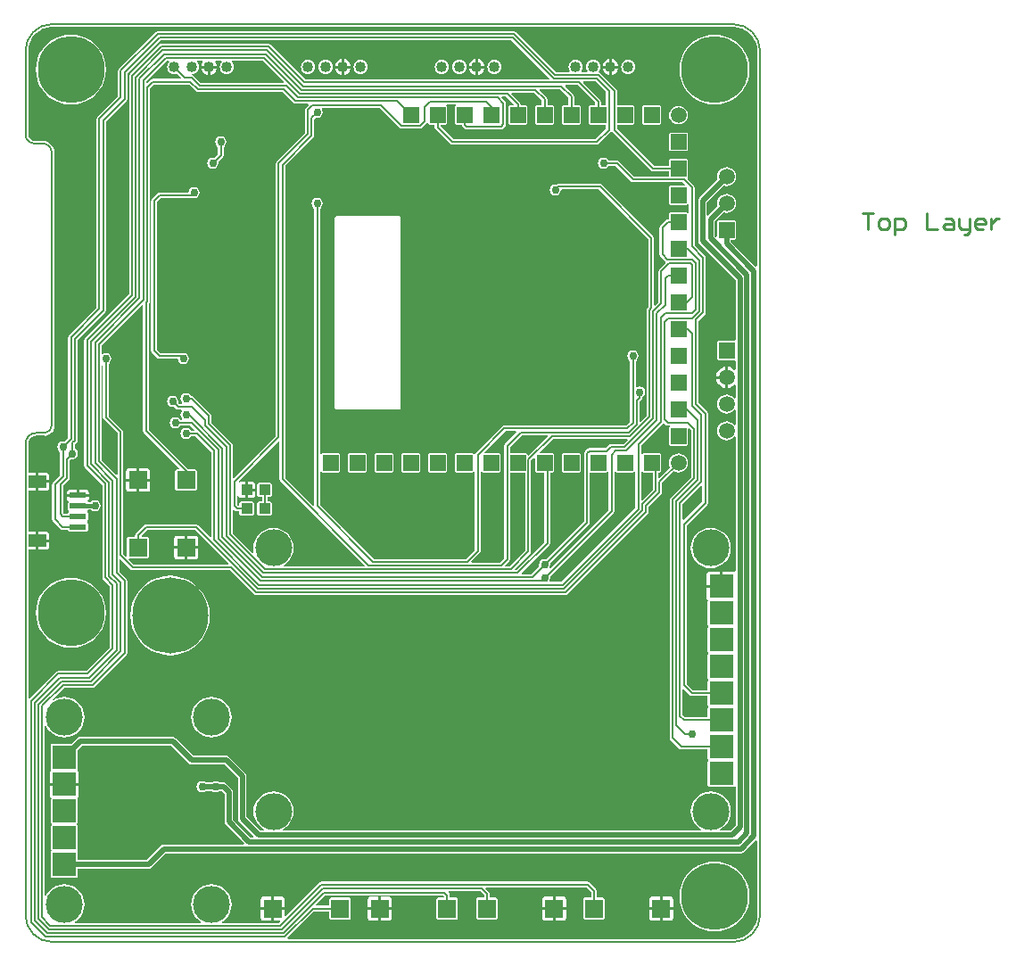
<source format=gtl>
G04 Layer_Physical_Order=1*
G04 Layer_Color=255*
%FSLAX25Y25*%
%MOIN*%
G70*
G01*
G75*
%ADD10R,0.04331X0.03937*%
%ADD11R,0.06887X0.04724*%
%ADD12R,0.06102X0.02362*%
%ADD13C,0.00800*%
%ADD14C,0.02000*%
%ADD15C,0.01500*%
%ADD16C,0.01000*%
%ADD17C,0.00799*%
%ADD18C,0.13780*%
%ADD19R,0.08887X0.08887*%
%ADD20R,0.08807X0.08807*%
%ADD21C,0.05905*%
%ADD22R,0.05905X0.05905*%
%ADD23R,0.05905X0.05905*%
%ADD24C,0.28400*%
%ADD25R,0.06800X0.06800*%
%ADD26R,0.06800X0.06800*%
%ADD27C,0.25000*%
%ADD28C,0.04000*%
%ADD29C,0.03000*%
G36*
X212980Y190078D02*
Y189102D01*
X211047D01*
X210588Y188912D01*
X210398Y188453D01*
Y182547D01*
X210588Y182088D01*
X211047Y181898D01*
X216953D01*
X216980Y181879D01*
Y180422D01*
X213078Y176520D01*
X159922D01*
X155044Y181398D01*
X155079Y181898D01*
X156953D01*
X157412Y182088D01*
X157602Y182547D01*
Y188453D01*
X157412Y188912D01*
X157247Y188980D01*
X157346Y189480D01*
X160654D01*
X160753Y188980D01*
X160588Y188912D01*
X160398Y188453D01*
Y182547D01*
X160588Y182088D01*
X161047Y181898D01*
X163001D01*
X163058Y181610D01*
X163279Y181279D01*
X164086Y180472D01*
X164417Y180251D01*
X164807Y180173D01*
X177693D01*
X178083Y180251D01*
X178414Y180472D01*
X179321Y181379D01*
X179542Y181710D01*
X179620Y182100D01*
Y189900D01*
X179542Y190290D01*
X179321Y190621D01*
X177924Y192018D01*
X178115Y192480D01*
X179578D01*
X182494Y189564D01*
X182303Y189102D01*
X181047D01*
X180588Y188912D01*
X180398Y188453D01*
Y182547D01*
X180588Y182088D01*
X181047Y181898D01*
X186953D01*
X187412Y182088D01*
X187602Y182547D01*
Y188453D01*
X187412Y188912D01*
X186953Y189102D01*
X185020D01*
Y189500D01*
X184942Y189890D01*
X184721Y190221D01*
X181524Y193419D01*
X181715Y193880D01*
X190178D01*
X192980Y191078D01*
Y189102D01*
X191047D01*
X190588Y188912D01*
X190398Y188453D01*
Y182547D01*
X190588Y182088D01*
X191047Y181898D01*
X196953D01*
X197412Y182088D01*
X197602Y182547D01*
Y188453D01*
X197412Y188912D01*
X196953Y189102D01*
X195020D01*
Y191500D01*
X194942Y191890D01*
X194721Y192221D01*
X192123Y194818D01*
X192315Y195280D01*
X199778D01*
X202980Y192078D01*
Y189102D01*
X201047D01*
X200588Y188912D01*
X200398Y188453D01*
Y182547D01*
X200588Y182088D01*
X201047Y181898D01*
X206953D01*
X207412Y182088D01*
X207602Y182547D01*
Y188453D01*
X207412Y188912D01*
X206953Y189102D01*
X205020D01*
Y192500D01*
X204942Y192890D01*
X204721Y193221D01*
X201724Y196219D01*
X201915Y196680D01*
X206378D01*
X212980Y190078D01*
D02*
G37*
G36*
X217980Y52154D02*
Y37922D01*
X196259Y16201D01*
X195871Y16520D01*
X195978Y16681D01*
X196141Y17500D01*
X196025Y18083D01*
X210521Y32579D01*
X210742Y32910D01*
X210820Y33300D01*
Y51746D01*
X211047Y51898D01*
X216953D01*
X217412Y52088D01*
X217480Y52253D01*
X217980Y52154D01*
D02*
G37*
G36*
X75909Y17981D02*
X75718Y17520D01*
X40422D01*
X38583Y19359D01*
X38797Y19852D01*
X45400D01*
X45859Y20042D01*
X46049Y20502D01*
Y27302D01*
X45859Y27761D01*
X45400Y27951D01*
X43600D01*
X43393Y28451D01*
X45422Y30480D01*
X63410D01*
X75909Y17981D01*
D02*
G37*
G36*
X186933Y22875D02*
X180901Y16842D01*
X179438D01*
X179246Y17304D01*
X180721Y18779D01*
X180942Y19110D01*
X181020Y19500D01*
Y51879D01*
X181047Y51898D01*
X186933D01*
Y22875D01*
D02*
G37*
G36*
X139779Y180779D02*
X140110Y180558D01*
X140500Y180480D01*
X147400D01*
X147790Y180558D01*
X148121Y180779D01*
X149721Y182379D01*
X149898Y182644D01*
X150160Y182638D01*
X150398Y182561D01*
Y182547D01*
X150588Y182088D01*
X151047Y181898D01*
X152980D01*
Y181000D01*
X153058Y180610D01*
X153279Y180279D01*
X158779Y174779D01*
X159110Y174558D01*
X159500Y174480D01*
X213500D01*
X213890Y174558D01*
X214221Y174779D01*
X218721Y179279D01*
X219308Y179258D01*
X219326Y179232D01*
X233779Y164779D01*
X234110Y164558D01*
X234500Y164480D01*
X240398D01*
Y162547D01*
X240379Y162520D01*
X227422D01*
X221721Y168221D01*
X221390Y168442D01*
X221000Y168520D01*
X217844D01*
X217514Y169014D01*
X216819Y169478D01*
X216000Y169641D01*
X215181Y169478D01*
X214486Y169014D01*
X214022Y168319D01*
X213859Y167500D01*
X214022Y166681D01*
X214486Y165986D01*
X215181Y165522D01*
X216000Y165359D01*
X216819Y165522D01*
X217514Y165986D01*
X217844Y166480D01*
X220578D01*
X226279Y160779D01*
X226610Y160558D01*
X227000Y160480D01*
X245578D01*
X246456Y159602D01*
X246249Y159102D01*
X241047D01*
X240588Y158912D01*
X240398Y158453D01*
Y152547D01*
X240588Y152088D01*
X241047Y151898D01*
X246953D01*
X247412Y152088D01*
X247480Y152253D01*
X247980Y152154D01*
Y148846D01*
X247480Y148747D01*
X247412Y148912D01*
X246953Y149102D01*
X241047D01*
X240588Y148912D01*
X240398Y148453D01*
Y146520D01*
X240000D01*
X239610Y146442D01*
X239279Y146221D01*
X237279Y144221D01*
X237058Y143890D01*
X236980Y143500D01*
Y133390D01*
X237058Y133000D01*
X237279Y132669D01*
X239169Y130779D01*
X239209Y130151D01*
X236879Y127821D01*
X236658Y127490D01*
X236580Y127100D01*
Y115502D01*
X235382Y114303D01*
X234920Y114495D01*
Y139600D01*
X234842Y139990D01*
X234621Y140321D01*
X215421Y159521D01*
X215090Y159742D01*
X214700Y159820D01*
X199300D01*
X198910Y159742D01*
X198585Y159525D01*
X198000Y159641D01*
X197181Y159478D01*
X196486Y159014D01*
X196022Y158319D01*
X195859Y157500D01*
X196022Y156681D01*
X196486Y155986D01*
X197181Y155522D01*
X198000Y155359D01*
X198819Y155522D01*
X199514Y155986D01*
X199978Y156681D01*
X200141Y157500D01*
X200371Y157780D01*
X214278D01*
X232880Y139178D01*
Y113782D01*
X232459Y113361D01*
X232238Y113030D01*
X232160Y112640D01*
Y73122D01*
X229882Y70844D01*
X229420Y71035D01*
Y78478D01*
X230221Y79279D01*
X230442Y79610D01*
X230520Y80000D01*
Y80156D01*
X231014Y80486D01*
X231478Y81181D01*
X231641Y82000D01*
X231478Y82819D01*
X231014Y83514D01*
X230319Y83978D01*
X229500Y84141D01*
X228681Y83978D01*
X228461Y83831D01*
X228020Y84067D01*
Y93656D01*
X228514Y93986D01*
X228978Y94681D01*
X229141Y95500D01*
X228978Y96319D01*
X228514Y97014D01*
X227819Y97478D01*
X227000Y97641D01*
X226181Y97478D01*
X225486Y97014D01*
X225022Y96319D01*
X224859Y95500D01*
X225022Y94681D01*
X225486Y93986D01*
X225980Y93656D01*
Y70902D01*
X224498Y69420D01*
X178900D01*
X178510Y69342D01*
X178179Y69121D01*
X168279Y59221D01*
X168058Y58890D01*
X168027Y58734D01*
X167507Y58683D01*
X167412Y58912D01*
X166953Y59102D01*
X161047D01*
X160588Y58912D01*
X160398Y58453D01*
Y52547D01*
X160588Y52088D01*
X161047Y51898D01*
X166953D01*
X167412Y52088D01*
X167480Y52253D01*
X167980Y52154D01*
Y22922D01*
X164700Y19642D01*
X130299D01*
X110020Y39922D01*
Y52154D01*
X110520Y52253D01*
X110588Y52088D01*
X111047Y51898D01*
X116953D01*
X117412Y52088D01*
X117602Y52547D01*
Y58453D01*
X117412Y58912D01*
X116953Y59102D01*
X111047D01*
X110588Y58912D01*
X110520Y58747D01*
X110020Y58846D01*
Y150656D01*
X110514Y150986D01*
X110978Y151681D01*
X111141Y152500D01*
X110978Y153319D01*
X110514Y154014D01*
X109819Y154478D01*
X109000Y154641D01*
X108181Y154478D01*
X107486Y154014D01*
X107022Y153319D01*
X106859Y152500D01*
X107022Y151681D01*
X107486Y150986D01*
X107980Y150656D01*
Y39669D01*
X107535Y39448D01*
X107498Y39444D01*
X97020Y49922D01*
Y166578D01*
X107621Y177179D01*
X107842Y177510D01*
X107920Y177900D01*
Y183978D01*
X108417Y184475D01*
X109000Y184359D01*
X109819Y184522D01*
X110514Y184986D01*
X110978Y185681D01*
X111141Y186500D01*
X110978Y187319D01*
X110670Y187780D01*
X110937Y188280D01*
X132278D01*
X139779Y180779D01*
D02*
G37*
G36*
X220588Y52088D02*
X221047Y51898D01*
X226953D01*
X227412Y52088D01*
X227480Y52253D01*
X227980Y52154D01*
Y38702D01*
X200298Y11020D01*
X196067D01*
X195831Y11461D01*
X195978Y11681D01*
X196141Y12500D01*
X196025Y13083D01*
X219721Y36779D01*
X219942Y37110D01*
X220020Y37500D01*
Y52154D01*
X220520Y52253D01*
X220588Y52088D01*
D02*
G37*
G36*
X53719Y205380D02*
X53685Y205354D01*
X53268Y204811D01*
X53006Y204179D01*
X52917Y203500D01*
X53006Y202821D01*
X53268Y202189D01*
X53685Y201646D01*
X54228Y201229D01*
X54861Y200967D01*
X55539Y200878D01*
X56218Y200967D01*
X56510Y201088D01*
X58116Y199481D01*
X57925Y199020D01*
X47500D01*
X47110Y198942D01*
X46779Y198721D01*
X45482Y197424D01*
X45020Y197615D01*
Y198078D01*
X52822Y205880D01*
X53549D01*
X53719Y205380D01*
D02*
G37*
G36*
X216980Y194113D02*
Y189121D01*
X216953Y189102D01*
X215020D01*
Y190500D01*
X214942Y190890D01*
X214721Y191221D01*
X208324Y197618D01*
X208515Y198080D01*
X213013D01*
X216980Y194113D01*
D02*
G37*
G36*
X190398Y57122D02*
Y52547D01*
X190588Y52088D01*
X191047Y51898D01*
X193980D01*
Y25922D01*
X183501Y15442D01*
X183038D01*
X182846Y15904D01*
X188674Y21732D01*
X188895Y22063D01*
X188972Y22453D01*
Y56350D01*
X189936Y57314D01*
X190398Y57122D01*
D02*
G37*
G36*
X264500Y218480D02*
Y218480D01*
X264985Y218445D01*
X266254Y218321D01*
X267942Y217809D01*
X269496Y216978D01*
X270859Y215859D01*
X271978Y214496D01*
X272809Y212942D01*
X273321Y211255D01*
X273446Y209986D01*
X273480Y209500D01*
X273480Y209003D01*
X273480Y209002D01*
Y129034D01*
X272980Y128827D01*
X263631Y138176D01*
Y138898D01*
X264953D01*
X265412Y139088D01*
X265602Y139547D01*
Y145453D01*
X265412Y145912D01*
X264953Y146102D01*
X259047D01*
X258588Y145912D01*
X258398Y145453D01*
Y140163D01*
X257916Y139948D01*
X257631Y140171D01*
Y145824D01*
X260912Y149105D01*
X261073Y149039D01*
X262000Y148917D01*
X262927Y149039D01*
X263792Y149397D01*
X264534Y149966D01*
X265103Y150708D01*
X265461Y151573D01*
X265583Y152500D01*
X265461Y153427D01*
X265103Y154292D01*
X264534Y155034D01*
X263792Y155603D01*
X262927Y155961D01*
X262000Y156083D01*
X261073Y155961D01*
X260208Y155603D01*
X259466Y155034D01*
X258897Y154292D01*
X258539Y153427D01*
X258417Y152500D01*
X258539Y151573D01*
X258605Y151412D01*
X255131Y147938D01*
X254631Y148145D01*
Y152824D01*
X260912Y159105D01*
X261073Y159039D01*
X262000Y158917D01*
X262927Y159039D01*
X263792Y159397D01*
X264534Y159966D01*
X265103Y160708D01*
X265461Y161573D01*
X265583Y162500D01*
X265461Y163427D01*
X265103Y164292D01*
X264534Y165034D01*
X263792Y165603D01*
X262927Y165961D01*
X262000Y166083D01*
X261073Y165961D01*
X260208Y165603D01*
X259466Y165034D01*
X258897Y164292D01*
X258539Y163427D01*
X258417Y162500D01*
X258539Y161573D01*
X258605Y161412D01*
X251847Y154654D01*
X251493Y154124D01*
X251369Y153500D01*
Y138500D01*
X251493Y137876D01*
X251847Y137346D01*
X265369Y123824D01*
Y101380D01*
X264953Y101102D01*
X264953Y101102D01*
X259047D01*
X258588Y100912D01*
X258398Y100453D01*
Y94547D01*
X258588Y94088D01*
X259047Y93898D01*
X264953D01*
X264953Y93898D01*
X265369Y93620D01*
Y90381D01*
X264895Y90220D01*
X264819Y90319D01*
X263993Y90953D01*
X263032Y91351D01*
X262500Y91421D01*
Y87500D01*
Y83579D01*
X263032Y83649D01*
X263993Y84047D01*
X264819Y84681D01*
X264895Y84780D01*
X265369Y84619D01*
Y79767D01*
X264869Y79598D01*
X264534Y80034D01*
X263792Y80603D01*
X262927Y80961D01*
X262000Y81083D01*
X261073Y80961D01*
X260208Y80603D01*
X259466Y80034D01*
X258897Y79292D01*
X258539Y78427D01*
X258417Y77500D01*
X258539Y76573D01*
X258897Y75708D01*
X259466Y74966D01*
X260208Y74397D01*
X261073Y74039D01*
X262000Y73917D01*
X262927Y74039D01*
X263792Y74397D01*
X264534Y74966D01*
X264869Y75402D01*
X265369Y75233D01*
Y69767D01*
X264869Y69598D01*
X264534Y70034D01*
X263792Y70603D01*
X262927Y70961D01*
X262000Y71083D01*
X261073Y70961D01*
X260208Y70603D01*
X259466Y70034D01*
X258897Y69292D01*
X258539Y68427D01*
X258417Y67500D01*
X258539Y66573D01*
X258897Y65708D01*
X259466Y64966D01*
X260208Y64397D01*
X261073Y64039D01*
X262000Y63917D01*
X262927Y64039D01*
X263792Y64397D01*
X264534Y64966D01*
X264869Y65403D01*
X265369Y65233D01*
Y15129D01*
X264869Y14862D01*
X264833Y14885D01*
X264443Y14963D01*
X260500D01*
Y9500D01*
X260000D01*
Y9000D01*
X254537D01*
Y5057D01*
X254615Y4667D01*
X254836Y4336D01*
X255019Y4213D01*
X254907Y3943D01*
Y-4943D01*
X255098Y-5403D01*
X255023Y-5913D01*
X254947Y-6097D01*
Y-14903D01*
X255043Y-15135D01*
X255112Y-15500D01*
X255043Y-15865D01*
X254947Y-16097D01*
Y-24903D01*
X255043Y-25135D01*
X255112Y-25500D01*
X255043Y-25865D01*
X254947Y-26097D01*
Y-29480D01*
X249422D01*
X247020Y-27078D01*
Y32224D01*
X254721Y39925D01*
X254942Y40256D01*
X255020Y40646D01*
Y73980D01*
X254942Y74370D01*
X254721Y74701D01*
X251520Y77902D01*
Y108598D01*
X253921Y110999D01*
X254142Y111330D01*
X254220Y111720D01*
Y132300D01*
X254142Y132690D01*
X253921Y133021D01*
X250020Y136922D01*
Y158500D01*
X249942Y158890D01*
X249721Y159221D01*
X247319Y161623D01*
X247412Y162088D01*
X247602Y162547D01*
Y168453D01*
X247412Y168912D01*
X246953Y169102D01*
X241047D01*
X240588Y168912D01*
X240398Y168453D01*
Y166520D01*
X234922D01*
X221067Y180375D01*
Y181898D01*
X226953D01*
X227412Y182088D01*
X227602Y182547D01*
Y188453D01*
X227412Y188912D01*
X226953Y189102D01*
X221067D01*
Y194468D01*
X220989Y194858D01*
X220768Y195189D01*
X214736Y201221D01*
X214443Y201417D01*
X214398Y201467D01*
X214247Y201983D01*
X214405Y202189D01*
X214667Y202821D01*
X214756Y203500D01*
X214667Y204179D01*
X214405Y204811D01*
X213988Y205354D01*
X213445Y205771D01*
X212813Y206033D01*
X212134Y206122D01*
X211455Y206033D01*
X210823Y205771D01*
X210279Y205354D01*
X209863Y204811D01*
X209601Y204179D01*
X209511Y203500D01*
X209601Y202821D01*
X209863Y202189D01*
X209993Y202020D01*
X209746Y201520D01*
X207927D01*
X207681Y202020D01*
X207810Y202189D01*
X208072Y202821D01*
X208162Y203500D01*
X208072Y204179D01*
X207810Y204811D01*
X207394Y205354D01*
X206851Y205771D01*
X206218Y206033D01*
X205539Y206122D01*
X204861Y206033D01*
X204228Y205771D01*
X203685Y205354D01*
X203268Y204811D01*
X203006Y204179D01*
X202917Y203500D01*
X203006Y202821D01*
X203268Y202189D01*
X203398Y202020D01*
X203151Y201520D01*
X198402D01*
X183301Y216621D01*
X182970Y216842D01*
X182580Y216920D01*
X49400D01*
X49010Y216842D01*
X48679Y216621D01*
X34879Y202821D01*
X34658Y202490D01*
X34580Y202100D01*
Y192502D01*
X26879Y184801D01*
X26658Y184470D01*
X26580Y184080D01*
Y113502D01*
X16279Y103201D01*
X16058Y102870D01*
X15980Y102480D01*
Y64922D01*
X14583Y63525D01*
X14000Y63641D01*
X13181Y63478D01*
X12486Y63014D01*
X12022Y62319D01*
X11859Y61500D01*
X12022Y60681D01*
X12486Y59986D01*
X12980Y59656D01*
Y50922D01*
X10279Y48221D01*
X10058Y47890D01*
X9980Y47500D01*
Y34500D01*
X10058Y34110D01*
X10279Y33779D01*
X13185Y30874D01*
X13515Y30652D01*
X13905Y30575D01*
X15927D01*
Y30413D01*
X16118Y29954D01*
X16577Y29764D01*
X22679D01*
X23138Y29954D01*
X23329Y30413D01*
Y32776D01*
X23138Y33235D01*
X22999Y33292D01*
Y33834D01*
X23138Y33891D01*
X23329Y34350D01*
Y36713D01*
X23138Y37172D01*
X22999Y37229D01*
Y37695D01*
X23113Y37817D01*
X23138Y37828D01*
X23151Y37859D01*
X23366Y38092D01*
X24415D01*
X24486Y37986D01*
X25181Y37522D01*
X26000Y37359D01*
X26819Y37522D01*
X27514Y37986D01*
X27978Y38681D01*
X28141Y39500D01*
X27978Y40319D01*
X27514Y41014D01*
X26819Y41478D01*
X26000Y41641D01*
X25181Y41478D01*
X24486Y41014D01*
X24373Y40845D01*
X23563D01*
X23294Y41345D01*
X23398Y41502D01*
X23400Y41503D01*
X23621Y41834D01*
X23699Y42224D01*
Y42906D01*
X19628D01*
X15557D01*
Y42224D01*
X15635Y41834D01*
X15856Y41503D01*
X15858Y41502D01*
X16116Y41110D01*
X16009Y40846D01*
X15927Y40650D01*
Y38287D01*
X16118Y37828D01*
X16257Y37771D01*
Y37229D01*
X16118Y37172D01*
X15927Y36713D01*
Y36551D01*
X14391D01*
X14020Y36922D01*
Y47098D01*
X16121Y49199D01*
X16342Y49530D01*
X16420Y49920D01*
Y56478D01*
X16917Y56975D01*
X17500Y56859D01*
X18319Y57022D01*
X19014Y57486D01*
X19478Y58181D01*
X19641Y59000D01*
X19478Y59819D01*
X19014Y60514D01*
X18520Y60844D01*
Y62598D01*
X19121Y63199D01*
X19342Y63530D01*
X19420Y63920D01*
Y101478D01*
X29721Y111779D01*
X29942Y112110D01*
X30020Y112500D01*
Y183078D01*
X37721Y190779D01*
X37942Y191110D01*
X38020Y191500D01*
Y201078D01*
X50422Y213480D01*
X181578D01*
X195877Y199181D01*
X195685Y198720D01*
X104662D01*
X91561Y211821D01*
X91230Y212042D01*
X90840Y212120D01*
X50660D01*
X50270Y212042D01*
X49939Y211821D01*
X39079Y200961D01*
X38858Y200630D01*
X38780Y200240D01*
Y118662D01*
X22279Y102161D01*
X22058Y101830D01*
X21980Y101440D01*
Y54520D01*
X22058Y54130D01*
X22279Y53799D01*
X28780Y47298D01*
Y12720D01*
X28858Y12330D01*
X29079Y11999D01*
X31580Y9498D01*
Y-13538D01*
X22838Y-22280D01*
X12240D01*
X11850Y-22358D01*
X11519Y-22579D01*
X1520Y-32579D01*
X1020Y-32372D01*
Y23087D01*
X1029Y23095D01*
X3972D01*
Y26476D01*
Y29858D01*
X1029D01*
X1020Y29866D01*
Y45134D01*
X1029Y45142D01*
X3972D01*
Y48524D01*
Y51905D01*
X1029D01*
X1020Y51913D01*
Y62700D01*
X1025D01*
X1126Y63470D01*
X1423Y64188D01*
X1896Y64804D01*
X2512Y65277D01*
X3230Y65574D01*
X4000Y65675D01*
Y65680D01*
X4002Y65681D01*
X6998D01*
X7000Y65680D01*
Y65667D01*
X7992Y65798D01*
X8916Y66181D01*
X9710Y66790D01*
X10319Y67584D01*
X10702Y68508D01*
X10833Y69500D01*
X10820D01*
Y171500D01*
X10838D01*
X10687Y172649D01*
X10243Y173719D01*
X9538Y174638D01*
X8619Y175343D01*
X7549Y175787D01*
X6400Y175938D01*
Y175920D01*
X6398Y175919D01*
X3402D01*
X3400Y175920D01*
Y175920D01*
X2932Y175997D01*
X2483Y176086D01*
X1706Y176606D01*
X1186Y177383D01*
X1012Y178261D01*
X1020Y178300D01*
Y209500D01*
X1011Y209543D01*
X1180Y211255D01*
X1691Y212942D01*
X2522Y214496D01*
X3641Y215859D01*
X5004Y216978D01*
X6558Y217809D01*
X8246Y218320D01*
X9514Y218445D01*
X10000Y218480D01*
Y218480D01*
X10002Y218481D01*
X264498D01*
X264500Y218480D01*
D02*
G37*
G36*
X230588Y52088D02*
X231047Y51898D01*
X234480D01*
Y45622D01*
X230482Y41623D01*
X230020Y41815D01*
Y52154D01*
X230520Y52253D01*
X230588Y52088D01*
D02*
G37*
G36*
X28980Y92162D02*
Y72500D01*
X29058Y72110D01*
X29279Y71779D01*
X34380Y66678D01*
Y51195D01*
X33918Y51003D01*
X28420Y56502D01*
Y91915D01*
X28920Y92198D01*
X28980Y92162D01*
D02*
G37*
G36*
X63699Y194379D02*
X64030Y194158D01*
X64420Y194080D01*
X95998D01*
X100099Y189979D01*
X100430Y189758D01*
X100820Y189680D01*
X105550D01*
X105741Y189218D01*
X104779Y188257D01*
X104558Y187926D01*
X104480Y187536D01*
Y178902D01*
X93879Y168301D01*
X93658Y167970D01*
X93580Y167580D01*
Y65522D01*
X77881Y49823D01*
X77420Y50015D01*
Y62080D01*
X77342Y62470D01*
X77121Y62801D01*
X69420Y70502D01*
Y73100D01*
X69342Y73490D01*
X69121Y73821D01*
X62721Y80221D01*
X62390Y80442D01*
X62000Y80520D01*
X61844D01*
X61514Y81014D01*
X60819Y81478D01*
X60000Y81641D01*
X59181Y81478D01*
X58486Y81014D01*
X58022Y80319D01*
X57859Y79500D01*
X58022Y78681D01*
X58464Y78020D01*
X58425Y77844D01*
X58284Y77520D01*
X57422D01*
X57025Y77917D01*
X57141Y78500D01*
X56978Y79319D01*
X56514Y80014D01*
X55819Y80478D01*
X55000Y80641D01*
X54181Y80478D01*
X53486Y80014D01*
X53022Y79319D01*
X52859Y78500D01*
X53022Y77681D01*
X53486Y76986D01*
X54181Y76522D01*
X55000Y76359D01*
X55583Y76475D01*
X56279Y75779D01*
X56610Y75558D01*
X57000Y75480D01*
X58284D01*
X58425Y75156D01*
X58464Y74980D01*
X58022Y74319D01*
X57859Y73500D01*
X58022Y72681D01*
X58464Y72020D01*
X58425Y71844D01*
X58306Y71569D01*
X57823Y71552D01*
X57514Y72014D01*
X56819Y72478D01*
X56000Y72641D01*
X55181Y72478D01*
X54486Y72014D01*
X54022Y71319D01*
X53859Y70500D01*
X54022Y69681D01*
X54486Y68986D01*
X55181Y68522D01*
X56000Y68359D01*
X56819Y68522D01*
X57514Y68986D01*
X57844Y69480D01*
X61598D01*
X63097Y67981D01*
X62905Y67520D01*
X61844D01*
X61514Y68014D01*
X60819Y68478D01*
X60000Y68641D01*
X59181Y68478D01*
X58486Y68014D01*
X58022Y67319D01*
X57859Y66500D01*
X58022Y65681D01*
X58486Y64986D01*
X59181Y64522D01*
X60000Y64359D01*
X60819Y64522D01*
X61514Y64986D01*
X61844Y65480D01*
X63618D01*
X69480Y59618D01*
Y27947D01*
X69019Y27756D01*
X64553Y32221D01*
X64223Y32442D01*
X63832Y32520D01*
X45000D01*
X44610Y32442D01*
X44279Y32221D01*
X41279Y29221D01*
X41058Y28890D01*
X40980Y28500D01*
Y27951D01*
X38600D01*
X38141Y27761D01*
X37951Y27302D01*
Y20698D01*
X37458Y20484D01*
X36420Y21522D01*
Y67100D01*
X36342Y67490D01*
X36121Y67821D01*
X31020Y72922D01*
Y92656D01*
X31514Y92986D01*
X31978Y93681D01*
X32141Y94500D01*
X31978Y95319D01*
X31514Y96014D01*
X30819Y96478D01*
X30000Y96641D01*
X29181Y96478D01*
X28920Y96304D01*
X28420Y96571D01*
Y99478D01*
X43518Y114576D01*
X43980Y114385D01*
Y67500D01*
X44058Y67110D01*
X44279Y66779D01*
X57448Y53610D01*
X57257Y53148D01*
X56600D01*
X56141Y52958D01*
X55951Y52498D01*
Y45698D01*
X56141Y45239D01*
X56600Y45049D01*
X63400D01*
X63859Y45239D01*
X64049Y45698D01*
Y52498D01*
X63859Y52958D01*
X63400Y53148D01*
X60770D01*
X60721Y53221D01*
X46020Y67922D01*
Y115098D01*
X46121Y115199D01*
X46342Y115530D01*
X46420Y115920D01*
Y195478D01*
X47922Y196980D01*
X61098D01*
X63699Y194379D01*
D02*
G37*
G36*
X94980Y63385D02*
Y49500D01*
X95058Y49110D01*
X95279Y48779D01*
X126754Y17304D01*
X126562Y16842D01*
X96741D01*
X96620Y17327D01*
X96858Y17455D01*
X97999Y18391D01*
X98935Y19531D01*
X99630Y20832D01*
X100059Y22244D01*
X100203Y23713D01*
X100059Y25181D01*
X99630Y26593D01*
X98935Y27894D01*
X97999Y29034D01*
X96858Y29970D01*
X95557Y30666D01*
X94145Y31094D01*
X92677Y31239D01*
X91209Y31094D01*
X89797Y30666D01*
X88496Y29970D01*
X87356Y29034D01*
X86419Y27894D01*
X85724Y26593D01*
X85296Y25181D01*
X85151Y23713D01*
X85296Y22244D01*
X85374Y21985D01*
X84945Y21729D01*
X77420Y29254D01*
Y37985D01*
X77881Y38177D01*
X78279Y37779D01*
X78610Y37558D01*
X79000Y37480D01*
X79839D01*
Y36531D01*
X80029Y36072D01*
X80488Y35882D01*
X84819D01*
X85278Y36072D01*
X85468Y36531D01*
Y40468D01*
X85278Y40928D01*
X84819Y41118D01*
X80488D01*
X80029Y40928D01*
X79839Y40468D01*
Y39756D01*
X79377Y39630D01*
X79020Y39942D01*
Y43226D01*
X79520Y43275D01*
X79546Y43141D01*
X79767Y42810D01*
X80098Y42590D01*
X80488Y42512D01*
X82153D01*
Y45500D01*
Y48488D01*
X80488D01*
X80098Y48410D01*
X79982Y48333D01*
X79663Y48721D01*
X94519Y63577D01*
X94980Y63385D01*
D02*
G37*
G36*
X252980Y46925D02*
Y41069D01*
X246081Y34170D01*
X245620Y34361D01*
Y40218D01*
X252519Y47117D01*
X252980Y46925D01*
D02*
G37*
G36*
X195257Y65518D02*
X188064Y58326D01*
X187568Y58536D01*
X187412Y58912D01*
X186953Y59102D01*
X181047D01*
X181020Y59121D01*
Y61578D01*
X185422Y65980D01*
X195065D01*
X195257Y65518D01*
D02*
G37*
G36*
X225036Y64018D02*
X223537Y62520D01*
X218700D01*
X218310Y62442D01*
X217979Y62221D01*
X216778Y61020D01*
X210700D01*
X210310Y60942D01*
X209979Y60721D01*
X209079Y59821D01*
X208858Y59490D01*
X208780Y59100D01*
Y33722D01*
X194583Y19525D01*
X194000Y19641D01*
X193181Y19478D01*
X192486Y19014D01*
X192022Y18319D01*
X191859Y17500D01*
X191975Y16917D01*
X188978Y13920D01*
X185515D01*
X185324Y14381D01*
X195721Y24779D01*
X195942Y25110D01*
X196020Y25500D01*
Y51898D01*
X196953D01*
X197412Y52088D01*
X197602Y52547D01*
Y58453D01*
X197412Y58912D01*
X196953Y59102D01*
X192378D01*
X192186Y59564D01*
X197103Y64480D01*
X224845D01*
X225036Y64018D01*
D02*
G37*
G36*
X183476Y66918D02*
X179279Y62721D01*
X179058Y62390D01*
X178980Y62000D01*
Y19922D01*
X177301Y18242D01*
X166838D01*
X166646Y18704D01*
X169721Y21779D01*
X169942Y22110D01*
X170020Y22500D01*
Y52154D01*
X170520Y52253D01*
X170588Y52088D01*
X171047Y51898D01*
X176953D01*
X177412Y52088D01*
X177602Y52547D01*
Y58453D01*
X177412Y58912D01*
X176953Y59102D01*
X171751D01*
X171544Y59602D01*
X179322Y67380D01*
X183285D01*
X183476Y66918D01*
D02*
G37*
G36*
X239279Y69779D02*
X239610Y69558D01*
X240000Y69480D01*
X240654D01*
X240753Y68980D01*
X240588Y68912D01*
X240398Y68453D01*
Y62547D01*
X240588Y62088D01*
X241047Y61898D01*
X246953D01*
X247412Y62088D01*
X247602Y62547D01*
Y68249D01*
X248100Y68458D01*
X248780Y67778D01*
Y50222D01*
X241079Y42521D01*
X240858Y42190D01*
X240780Y41800D01*
Y-47300D01*
X240858Y-47690D01*
X241079Y-48021D01*
X244279Y-51221D01*
X244610Y-51442D01*
X245000Y-51520D01*
X254947D01*
Y-54903D01*
X255043Y-55135D01*
X255112Y-55500D01*
X255043Y-55865D01*
X254947Y-56097D01*
Y-64903D01*
X255137Y-65363D01*
X255597Y-65553D01*
X264403D01*
X264862Y-65363D01*
X264869Y-65348D01*
X265369Y-65447D01*
Y-79824D01*
X263324Y-81869D01*
X259624D01*
X259499Y-81369D01*
X260244Y-80970D01*
X261385Y-80034D01*
X262321Y-78894D01*
X263016Y-77593D01*
X263444Y-76181D01*
X263589Y-74713D01*
X263444Y-73244D01*
X263016Y-71833D01*
X262321Y-70531D01*
X261385Y-69391D01*
X260244Y-68455D01*
X258943Y-67760D01*
X257531Y-67331D01*
X256063Y-67187D01*
X254595Y-67331D01*
X253183Y-67760D01*
X251882Y-68455D01*
X250741Y-69391D01*
X249805Y-70531D01*
X249110Y-71833D01*
X248682Y-73244D01*
X248537Y-74713D01*
X248682Y-76181D01*
X249110Y-77593D01*
X249805Y-78894D01*
X250741Y-80034D01*
X251882Y-80970D01*
X252627Y-81369D01*
X252502Y-81869D01*
X96238D01*
X96113Y-81369D01*
X96858Y-80970D01*
X97999Y-80034D01*
X98935Y-78894D01*
X99630Y-77593D01*
X100059Y-76181D01*
X100203Y-74713D01*
X100059Y-73244D01*
X99630Y-71833D01*
X98935Y-70531D01*
X97999Y-69391D01*
X96858Y-68455D01*
X95557Y-67760D01*
X94145Y-67331D01*
X92677Y-67187D01*
X91209Y-67331D01*
X89797Y-67760D01*
X88496Y-68455D01*
X87356Y-69391D01*
X86419Y-70531D01*
X85724Y-71833D01*
X85296Y-73244D01*
X85151Y-74713D01*
X85296Y-76181D01*
X85724Y-77593D01*
X86419Y-78894D01*
X87356Y-80034D01*
X88496Y-80970D01*
X89241Y-81369D01*
X89116Y-81869D01*
X87676D01*
X82631Y-76824D01*
Y-61500D01*
X82507Y-60876D01*
X82153Y-60347D01*
X76153Y-54347D01*
X75624Y-53993D01*
X75000Y-53869D01*
X62676D01*
X56154Y-47346D01*
X55624Y-46993D01*
X55000Y-46869D01*
X20500D01*
X19876Y-46993D01*
X19346Y-47346D01*
X17246Y-49447D01*
X10097D01*
X9638Y-49637D01*
X9447Y-50097D01*
Y-58903D01*
X9585Y-59236D01*
X9376Y-59376D01*
X9155Y-59706D01*
X9077Y-60097D01*
Y-64000D01*
X14500D01*
X19923D01*
Y-60097D01*
X19845Y-59706D01*
X19624Y-59376D01*
X19415Y-59236D01*
X19553Y-58903D01*
Y-51754D01*
X21176Y-50131D01*
X54324D01*
X60847Y-56653D01*
X61376Y-57007D01*
X62000Y-57131D01*
X74324D01*
X79369Y-62176D01*
Y-77500D01*
X79493Y-78124D01*
X79847Y-78654D01*
X85200Y-84007D01*
X85008Y-84469D01*
X84276D01*
X77631Y-77824D01*
Y-67500D01*
X77507Y-66876D01*
X77153Y-66347D01*
X75153Y-64346D01*
X74624Y-63993D01*
X74000Y-63869D01*
X72338D01*
X71819Y-63522D01*
X71000Y-63359D01*
X70181Y-63522D01*
X69662Y-63869D01*
X67338D01*
X66819Y-63522D01*
X66000Y-63359D01*
X65181Y-63522D01*
X64486Y-63986D01*
X64022Y-64681D01*
X63859Y-65500D01*
X64022Y-66319D01*
X64486Y-67014D01*
X65181Y-67478D01*
X66000Y-67641D01*
X66819Y-67478D01*
X67338Y-67131D01*
X69662D01*
X70181Y-67478D01*
X71000Y-67641D01*
X71819Y-67478D01*
X72338Y-67131D01*
X73324D01*
X74369Y-68176D01*
Y-78500D01*
X74493Y-79124D01*
X74847Y-79654D01*
X81800Y-86607D01*
X81608Y-87069D01*
X51800D01*
X51176Y-87193D01*
X50647Y-87546D01*
X45324Y-92869D01*
X19553D01*
Y-90097D01*
X19418Y-89772D01*
X19356Y-89544D01*
X19332Y-89175D01*
X19444Y-88903D01*
Y-80097D01*
X19326Y-79811D01*
X19286Y-79714D01*
Y-79286D01*
X19326Y-79189D01*
X19444Y-78903D01*
Y-70097D01*
X19330Y-69821D01*
X19624Y-69624D01*
X19845Y-69293D01*
X19923Y-68903D01*
Y-65000D01*
X14500D01*
X9077D01*
Y-68903D01*
X9155Y-69293D01*
X9376Y-69624D01*
X9670Y-69821D01*
X9556Y-70097D01*
Y-78903D01*
X9674Y-79189D01*
X9714Y-79286D01*
Y-79714D01*
X9674Y-79811D01*
X9556Y-80097D01*
Y-88903D01*
X9668Y-89175D01*
X9644Y-89544D01*
X9582Y-89772D01*
X9447Y-90097D01*
Y-98903D01*
X9638Y-99362D01*
X10097Y-99553D01*
X18903D01*
X19363Y-99362D01*
X19553Y-98903D01*
Y-96131D01*
X46000D01*
X46624Y-96007D01*
X47153Y-95653D01*
X52476Y-90331D01*
X267457D01*
X268081Y-90207D01*
X268610Y-89854D01*
X272980Y-85483D01*
X273480Y-85691D01*
Y-113500D01*
X273489Y-113543D01*
X273321Y-115254D01*
X272809Y-116942D01*
X271978Y-118496D01*
X270859Y-119859D01*
X269496Y-120978D01*
X267942Y-121809D01*
X266254Y-122320D01*
X264986Y-122445D01*
X264500Y-122480D01*
X264003Y-122480D01*
X264002Y-122480D01*
X98169D01*
X97961Y-121980D01*
X107922Y-112020D01*
X113549D01*
Y-114400D01*
X113739Y-114859D01*
X114198Y-115049D01*
X120998D01*
X121458Y-114859D01*
X121648Y-114400D01*
Y-107600D01*
X121458Y-107141D01*
X120998Y-106951D01*
X114198D01*
X113739Y-107141D01*
X113549Y-107600D01*
Y-109980D01*
X108635D01*
X108444Y-109519D01*
X111942Y-106020D01*
X156176D01*
X156579Y-106422D01*
Y-106951D01*
X154198D01*
X153739Y-107141D01*
X153549Y-107600D01*
Y-114400D01*
X153739Y-114859D01*
X154198Y-115049D01*
X160998D01*
X161458Y-114859D01*
X161648Y-114400D01*
Y-107600D01*
X161458Y-107141D01*
X160998Y-106951D01*
X158618D01*
Y-106000D01*
X158540Y-105610D01*
X158319Y-105279D01*
X157922Y-104882D01*
X158113Y-104420D01*
X169978D01*
X171382Y-105824D01*
Y-106951D01*
X169002D01*
X168542Y-107141D01*
X168352Y-107600D01*
Y-114400D01*
X168542Y-114859D01*
X169002Y-115049D01*
X175802D01*
X176261Y-114859D01*
X176451Y-114400D01*
Y-107600D01*
X176261Y-107141D01*
X175802Y-106951D01*
X173421D01*
Y-105402D01*
X173344Y-105011D01*
X173123Y-104681D01*
X171923Y-103481D01*
X172115Y-103020D01*
X209578D01*
X211382Y-104824D01*
Y-106951D01*
X209002D01*
X208542Y-107141D01*
X208352Y-107600D01*
Y-114400D01*
X208542Y-114859D01*
X209002Y-115049D01*
X215802D01*
X216261Y-114859D01*
X216451Y-114400D01*
Y-107600D01*
X216261Y-107141D01*
X215802Y-106951D01*
X213421D01*
Y-104402D01*
X213344Y-104011D01*
X213123Y-103681D01*
X210721Y-101279D01*
X210390Y-101058D01*
X210000Y-100980D01*
X110500D01*
X110110Y-101058D01*
X109779Y-101279D01*
X97283Y-113775D01*
X96821Y-113584D01*
Y-111500D01*
X92902D01*
Y-115420D01*
X94985D01*
X95177Y-115882D01*
X94688Y-116370D01*
X73564D01*
X73443Y-115885D01*
X73681Y-115758D01*
X74822Y-114822D01*
X75758Y-113681D01*
X76453Y-112380D01*
X76881Y-110968D01*
X77026Y-109500D01*
X76881Y-108032D01*
X76453Y-106620D01*
X75758Y-105319D01*
X74822Y-104178D01*
X73681Y-103242D01*
X72380Y-102547D01*
X70968Y-102119D01*
X69500Y-101974D01*
X68032Y-102119D01*
X66620Y-102547D01*
X65319Y-103242D01*
X64178Y-104178D01*
X63242Y-105319D01*
X62547Y-106620D01*
X62119Y-108032D01*
X61974Y-109500D01*
X62119Y-110968D01*
X62547Y-112380D01*
X63242Y-113681D01*
X64178Y-114822D01*
X65319Y-115758D01*
X65557Y-115885D01*
X65436Y-116370D01*
X46110D01*
X46110Y-116370D01*
X18564D01*
X18443Y-115885D01*
X18681Y-115758D01*
X19822Y-114822D01*
X20758Y-113681D01*
X21453Y-112380D01*
X21881Y-110968D01*
X22026Y-109500D01*
X21881Y-108032D01*
X21453Y-106620D01*
X20758Y-105319D01*
X19822Y-104178D01*
X18681Y-103242D01*
X17380Y-102547D01*
X15968Y-102119D01*
X14500Y-101974D01*
X13032Y-102119D01*
X11620Y-102547D01*
X10319Y-103242D01*
X9178Y-104178D01*
X8242Y-105319D01*
X7720Y-106297D01*
X7220Y-106172D01*
Y-42828D01*
X7720Y-42703D01*
X8242Y-43681D01*
X9178Y-44822D01*
X10319Y-45758D01*
X11620Y-46453D01*
X13032Y-46881D01*
X14500Y-47026D01*
X15968Y-46881D01*
X17380Y-46453D01*
X18681Y-45758D01*
X19822Y-44822D01*
X20758Y-43681D01*
X21453Y-42380D01*
X21881Y-40968D01*
X22026Y-39500D01*
X21881Y-38032D01*
X21453Y-36620D01*
X20758Y-35319D01*
X19822Y-34178D01*
X18681Y-33242D01*
X17380Y-32547D01*
X15968Y-32119D01*
X14500Y-31974D01*
X13032Y-32119D01*
X11620Y-32547D01*
X10508Y-33141D01*
X10206Y-32735D01*
X14422Y-28520D01*
X25000D01*
X25390Y-28442D01*
X25721Y-28221D01*
X37721Y-16221D01*
X37942Y-15890D01*
X38020Y-15500D01*
Y11480D01*
X37942Y11870D01*
X37721Y12201D01*
X35020Y14902D01*
Y19385D01*
X35482Y19577D01*
X39279Y15779D01*
X39610Y15558D01*
X40000Y15480D01*
X76430D01*
X85432Y6479D01*
X85762Y6258D01*
X86153Y6180D01*
X201880D01*
X202270Y6258D01*
X202601Y6479D01*
X232521Y36399D01*
X232742Y36730D01*
X232820Y37120D01*
Y39098D01*
X237621Y43899D01*
X237842Y44230D01*
X237920Y44620D01*
Y47978D01*
X242300Y52359D01*
X243073Y52039D01*
X244000Y51917D01*
X244927Y52039D01*
X245792Y52397D01*
X246534Y52966D01*
X247103Y53708D01*
X247461Y54573D01*
X247583Y55500D01*
X247461Y56427D01*
X247103Y57292D01*
X246534Y58034D01*
X245792Y58603D01*
X244927Y58961D01*
X244000Y59083D01*
X243073Y58961D01*
X242208Y58603D01*
X241466Y58034D01*
X240897Y57292D01*
X240539Y56427D01*
X240417Y55500D01*
X240539Y54573D01*
X240859Y53800D01*
X236982Y49924D01*
X236520Y50115D01*
Y51898D01*
X236953D01*
X237412Y52088D01*
X237602Y52547D01*
Y58453D01*
X237412Y58912D01*
X236953Y59102D01*
X231047D01*
X230588Y58912D01*
X230520Y58747D01*
X230020Y58846D01*
Y62098D01*
X238101Y70179D01*
X238129Y70222D01*
X238752Y70306D01*
X239279Y69779D01*
D02*
G37*
G36*
X248279Y-31221D02*
X248610Y-31442D01*
X249000Y-31520D01*
X254947D01*
Y-34903D01*
X255043Y-35135D01*
X255112Y-35500D01*
X255043Y-35865D01*
X254947Y-36097D01*
Y-39480D01*
X246422D01*
X245620Y-38678D01*
Y-29215D01*
X246081Y-29024D01*
X248279Y-31221D01*
D02*
G37*
G36*
X96556Y197982D02*
X96365Y197520D01*
X65422D01*
X62821Y200121D01*
X62490Y200342D01*
X62254Y200389D01*
X62270Y200896D01*
X62813Y200967D01*
X63445Y201229D01*
X63988Y201646D01*
X64405Y202189D01*
X64667Y202821D01*
X64756Y203500D01*
X64667Y204179D01*
X64405Y204811D01*
X63988Y205354D01*
X63954Y205380D01*
X64124Y205880D01*
X66045D01*
X66291Y205380D01*
X66009Y205013D01*
X65707Y204283D01*
X65670Y204000D01*
X71590D01*
X71553Y204283D01*
X71250Y205013D01*
X70969Y205380D01*
X71215Y205880D01*
X73234D01*
X73404Y205380D01*
X73370Y205354D01*
X72953Y204811D01*
X72691Y204179D01*
X72602Y203500D01*
X72691Y202821D01*
X72953Y202189D01*
X73370Y201646D01*
X73913Y201229D01*
X74546Y200967D01*
X75224Y200878D01*
X75903Y200967D01*
X76536Y201229D01*
X77079Y201646D01*
X77495Y202189D01*
X77758Y202821D01*
X77847Y203500D01*
X77758Y204179D01*
X77495Y204811D01*
X77079Y205354D01*
X77045Y205380D01*
X77214Y205880D01*
X88658D01*
X96556Y197982D01*
D02*
G37*
%LPC*%
G36*
X63400Y28321D02*
X60500D01*
Y24401D01*
X64420D01*
Y27302D01*
X64342Y27692D01*
X64121Y28023D01*
X63790Y28243D01*
X63400Y28321D01*
D02*
G37*
G36*
X59500D02*
X56600D01*
X56210Y28243D01*
X55879Y28023D01*
X55658Y27692D01*
X55580Y27302D01*
Y24401D01*
X59500D01*
Y28321D01*
D02*
G37*
G36*
X64420Y23402D02*
X60500D01*
Y19482D01*
X63400D01*
X63790Y19560D01*
X64121Y19781D01*
X64342Y20111D01*
X64420Y20502D01*
Y23402D01*
D02*
G37*
G36*
X59500D02*
X55580D01*
Y20502D01*
X55658Y20111D01*
X55879Y19781D01*
X56210Y19560D01*
X56600Y19482D01*
X59500D01*
Y23402D01*
D02*
G37*
G36*
X126953Y59102D02*
X121047D01*
X120588Y58912D01*
X120398Y58453D01*
Y52547D01*
X120588Y52088D01*
X121047Y51898D01*
X126953D01*
X127412Y52088D01*
X127602Y52547D01*
Y58453D01*
X127412Y58912D01*
X126953Y59102D01*
D02*
G37*
G36*
X136953D02*
X131047D01*
X130588Y58912D01*
X130398Y58453D01*
Y52547D01*
X130588Y52088D01*
X131047Y51898D01*
X136953D01*
X137412Y52088D01*
X137602Y52547D01*
Y58453D01*
X137412Y58912D01*
X136953Y59102D01*
D02*
G37*
G36*
X156953D02*
X151047D01*
X150588Y58912D01*
X150398Y58453D01*
Y52547D01*
X150588Y52088D01*
X151047Y51898D01*
X156953D01*
X157412Y52088D01*
X157602Y52547D01*
Y58453D01*
X157412Y58912D01*
X156953Y59102D01*
D02*
G37*
G36*
X146953D02*
X141047D01*
X140588Y58912D01*
X140398Y58453D01*
Y52547D01*
X140588Y52088D01*
X141047Y51898D01*
X146953D01*
X147412Y52088D01*
X147602Y52547D01*
Y58453D01*
X147412Y58912D01*
X146953Y59102D01*
D02*
G37*
G36*
X139658Y147677D02*
X116158D01*
X115699Y147487D01*
X115509Y147028D01*
Y76028D01*
X115699Y75568D01*
X116158Y75378D01*
X139658D01*
X140117Y75568D01*
X140308Y76028D01*
Y147028D01*
X140117Y147487D01*
X139658Y147677D01*
D02*
G37*
G36*
X7915Y29858D02*
X4972D01*
Y26976D01*
X8935D01*
Y28839D01*
X8857Y29229D01*
X8636Y29559D01*
X8306Y29781D01*
X7915Y29858D01*
D02*
G37*
G36*
X22679Y45606D02*
X20128D01*
Y43905D01*
X23699D01*
Y44587D01*
X23621Y44977D01*
X23400Y45308D01*
X23069Y45529D01*
X22679Y45606D01*
D02*
G37*
G36*
X19128D02*
X16577D01*
X16187Y45529D01*
X15856Y45308D01*
X15635Y44977D01*
X15557Y44587D01*
Y43905D01*
X19128D01*
Y45606D01*
D02*
G37*
G36*
X256063Y31239D02*
X254595Y31094D01*
X253183Y30666D01*
X251882Y29970D01*
X250741Y29034D01*
X249805Y27894D01*
X249110Y26593D01*
X248682Y25181D01*
X248537Y23713D01*
X248682Y22244D01*
X249110Y20832D01*
X249805Y19531D01*
X250741Y18391D01*
X251882Y17455D01*
X253183Y16759D01*
X254595Y16331D01*
X256063Y16187D01*
X257531Y16331D01*
X258943Y16759D01*
X260244Y17455D01*
X261385Y18391D01*
X262321Y19531D01*
X263016Y20832D01*
X263444Y22244D01*
X263589Y23713D01*
X263444Y25181D01*
X263016Y26593D01*
X262321Y27894D01*
X261385Y29034D01*
X260244Y29970D01*
X258943Y30666D01*
X257531Y31094D01*
X256063Y31239D01*
D02*
G37*
G36*
X17000Y12641D02*
X14944Y12479D01*
X12939Y11997D01*
X11034Y11208D01*
X9276Y10131D01*
X7708Y8792D01*
X6369Y7224D01*
X5292Y5466D01*
X4503Y3561D01*
X4021Y1556D01*
X3859Y-500D01*
X4021Y-2556D01*
X4503Y-4561D01*
X5292Y-6466D01*
X6369Y-8224D01*
X7708Y-9792D01*
X9276Y-11131D01*
X11034Y-12208D01*
X12939Y-12997D01*
X14944Y-13479D01*
X17000Y-13641D01*
X19056Y-13479D01*
X21061Y-12997D01*
X22966Y-12208D01*
X24724Y-11131D01*
X26292Y-9792D01*
X27631Y-8224D01*
X28708Y-6466D01*
X29497Y-4561D01*
X29979Y-2556D01*
X30141Y-500D01*
X29979Y1556D01*
X29497Y3561D01*
X28708Y5466D01*
X27631Y7224D01*
X26292Y8792D01*
X24724Y10131D01*
X22966Y11208D01*
X21061Y11997D01*
X19056Y12479D01*
X17000Y12641D01*
D02*
G37*
G36*
X259500Y14963D02*
X255557D01*
X255167Y14885D01*
X254836Y14664D01*
X254615Y14333D01*
X254537Y13943D01*
Y10000D01*
X259500D01*
Y14963D01*
D02*
G37*
G36*
X8935Y25976D02*
X4972D01*
Y23095D01*
X7915D01*
X8306Y23172D01*
X8636Y23393D01*
X8857Y23724D01*
X8935Y24114D01*
Y25976D01*
D02*
G37*
G36*
X218130Y203000D02*
X215670D01*
X215707Y202717D01*
X216009Y201987D01*
X216490Y201360D01*
X217117Y200880D01*
X217847Y200577D01*
X218130Y200540D01*
Y203000D01*
D02*
G37*
G36*
X171590D02*
X169130D01*
Y200540D01*
X169413Y200577D01*
X170143Y200880D01*
X170770Y201360D01*
X171250Y201987D01*
X171553Y202717D01*
X171590Y203000D01*
D02*
G37*
G36*
X221590D02*
X219130D01*
Y200540D01*
X219413Y200577D01*
X220143Y200880D01*
X220770Y201360D01*
X221250Y201987D01*
X221553Y202717D01*
X221590Y203000D01*
D02*
G37*
G36*
X112134Y206122D02*
X111455Y206033D01*
X110823Y205771D01*
X110280Y205354D01*
X109863Y204811D01*
X109601Y204179D01*
X109511Y203500D01*
X109601Y202821D01*
X109863Y202189D01*
X110280Y201646D01*
X110823Y201229D01*
X111455Y200967D01*
X112134Y200878D01*
X112813Y200967D01*
X113445Y201229D01*
X113988Y201646D01*
X114405Y202189D01*
X114667Y202821D01*
X114756Y203500D01*
X114667Y204179D01*
X114405Y204811D01*
X113988Y205354D01*
X113445Y205771D01*
X112813Y206033D01*
X112134Y206122D01*
D02*
G37*
G36*
X105539D02*
X104861Y206033D01*
X104228Y205771D01*
X103685Y205354D01*
X103268Y204811D01*
X103006Y204179D01*
X102917Y203500D01*
X103006Y202821D01*
X103268Y202189D01*
X103685Y201646D01*
X104228Y201229D01*
X104861Y200967D01*
X105539Y200878D01*
X106218Y200967D01*
X106851Y201229D01*
X107394Y201646D01*
X107810Y202189D01*
X108072Y202821D01*
X108162Y203500D01*
X108072Y204179D01*
X107810Y204811D01*
X107394Y205354D01*
X106851Y205771D01*
X106218Y206033D01*
X105539Y206122D01*
D02*
G37*
G36*
X118130Y203000D02*
X115670D01*
X115707Y202717D01*
X116009Y201987D01*
X116490Y201360D01*
X117117Y200880D01*
X117847Y200577D01*
X118130Y200540D01*
Y203000D01*
D02*
G37*
G36*
X168130D02*
X165670D01*
X165707Y202717D01*
X166009Y201987D01*
X166490Y201360D01*
X167117Y200880D01*
X167847Y200577D01*
X168130Y200540D01*
Y203000D01*
D02*
G37*
G36*
X121590D02*
X119130D01*
Y200540D01*
X119413Y200577D01*
X120143Y200880D01*
X120770Y201360D01*
X121250Y201987D01*
X121553Y202717D01*
X121590Y203000D01*
D02*
G37*
G36*
X125224Y206122D02*
X124546Y206033D01*
X123913Y205771D01*
X123370Y205354D01*
X122953Y204811D01*
X122691Y204179D01*
X122602Y203500D01*
X122691Y202821D01*
X122953Y202189D01*
X123370Y201646D01*
X123913Y201229D01*
X124546Y200967D01*
X125224Y200878D01*
X125903Y200967D01*
X126536Y201229D01*
X127079Y201646D01*
X127496Y202189D01*
X127758Y202821D01*
X127847Y203500D01*
X127758Y204179D01*
X127496Y204811D01*
X127079Y205354D01*
X126536Y205771D01*
X125903Y206033D01*
X125224Y206122D01*
D02*
G37*
G36*
X168130Y206460D02*
X167847Y206423D01*
X167117Y206120D01*
X166490Y205640D01*
X166009Y205013D01*
X165707Y204283D01*
X165670Y204000D01*
X168130D01*
Y206460D01*
D02*
G37*
G36*
X119130D02*
Y204000D01*
X121590D01*
X121553Y204283D01*
X121250Y205013D01*
X120770Y205640D01*
X120143Y206120D01*
X119413Y206423D01*
X119130Y206460D01*
D02*
G37*
G36*
X169130D02*
Y204000D01*
X171590D01*
X171553Y204283D01*
X171250Y205013D01*
X170770Y205640D01*
X170143Y206120D01*
X169413Y206423D01*
X169130Y206460D01*
D02*
G37*
G36*
X219130D02*
Y204000D01*
X221590D01*
X221553Y204283D01*
X221250Y205013D01*
X220770Y205640D01*
X220143Y206120D01*
X219413Y206423D01*
X219130Y206460D01*
D02*
G37*
G36*
X218130D02*
X217847Y206423D01*
X217117Y206120D01*
X216490Y205640D01*
X216009Y205013D01*
X215707Y204283D01*
X215670Y204000D01*
X218130D01*
Y206460D01*
D02*
G37*
G36*
X162134Y206122D02*
X161455Y206033D01*
X160823Y205771D01*
X160280Y205354D01*
X159863Y204811D01*
X159601Y204179D01*
X159511Y203500D01*
X159601Y202821D01*
X159863Y202189D01*
X160280Y201646D01*
X160823Y201229D01*
X161455Y200967D01*
X162134Y200878D01*
X162813Y200967D01*
X163445Y201229D01*
X163988Y201646D01*
X164405Y202189D01*
X164667Y202821D01*
X164756Y203500D01*
X164667Y204179D01*
X164405Y204811D01*
X163988Y205354D01*
X163445Y205771D01*
X162813Y206033D01*
X162134Y206122D01*
D02*
G37*
G36*
X155539D02*
X154861Y206033D01*
X154228Y205771D01*
X153685Y205354D01*
X153268Y204811D01*
X153006Y204179D01*
X152917Y203500D01*
X153006Y202821D01*
X153268Y202189D01*
X153685Y201646D01*
X154228Y201229D01*
X154861Y200967D01*
X155539Y200878D01*
X156218Y200967D01*
X156851Y201229D01*
X157394Y201646D01*
X157810Y202189D01*
X158072Y202821D01*
X158162Y203500D01*
X158072Y204179D01*
X157810Y204811D01*
X157394Y205354D01*
X156851Y205771D01*
X156218Y206033D01*
X155539Y206122D01*
D02*
G37*
G36*
X175224D02*
X174546Y206033D01*
X173913Y205771D01*
X173370Y205354D01*
X172953Y204811D01*
X172691Y204179D01*
X172602Y203500D01*
X172691Y202821D01*
X172953Y202189D01*
X173370Y201646D01*
X173913Y201229D01*
X174546Y200967D01*
X175224Y200878D01*
X175903Y200967D01*
X176536Y201229D01*
X177079Y201646D01*
X177496Y202189D01*
X177758Y202821D01*
X177847Y203500D01*
X177758Y204179D01*
X177496Y204811D01*
X177079Y205354D01*
X176536Y205771D01*
X175903Y206033D01*
X175224Y206122D01*
D02*
G37*
G36*
X118130Y206460D02*
X117847Y206423D01*
X117117Y206120D01*
X116490Y205640D01*
X116009Y205013D01*
X115707Y204283D01*
X115670Y204000D01*
X118130D01*
Y206460D01*
D02*
G37*
G36*
X225224Y206122D02*
X224546Y206033D01*
X223913Y205771D01*
X223370Y205354D01*
X222953Y204811D01*
X222691Y204179D01*
X222602Y203500D01*
X222691Y202821D01*
X222953Y202189D01*
X223370Y201646D01*
X223913Y201229D01*
X224546Y200967D01*
X225224Y200878D01*
X225903Y200967D01*
X226536Y201229D01*
X227079Y201646D01*
X227496Y202189D01*
X227758Y202821D01*
X227847Y203500D01*
X227758Y204179D01*
X227496Y204811D01*
X227079Y205354D01*
X226536Y205771D01*
X225903Y206033D01*
X225224Y206122D01*
D02*
G37*
G36*
X8935Y48024D02*
X4972D01*
Y45142D01*
X7915D01*
X8306Y45219D01*
X8636Y45441D01*
X8857Y45771D01*
X8935Y46161D01*
Y48024D01*
D02*
G37*
G36*
X7915Y51905D02*
X4972D01*
Y49024D01*
X8935D01*
Y50886D01*
X8857Y51276D01*
X8636Y51607D01*
X8306Y51828D01*
X7915Y51905D01*
D02*
G37*
G36*
X236953Y189102D02*
X231047D01*
X230588Y188912D01*
X230398Y188453D01*
Y182547D01*
X230588Y182088D01*
X231047Y181898D01*
X236953D01*
X237412Y182088D01*
X237602Y182547D01*
Y188453D01*
X237412Y188912D01*
X236953Y189102D01*
D02*
G37*
G36*
X246953Y178994D02*
X241047D01*
X240665Y178835D01*
X240506Y178453D01*
Y172547D01*
X240665Y172165D01*
X241047Y172006D01*
X246953D01*
X247335Y172165D01*
X247494Y172547D01*
Y178453D01*
X247335Y178835D01*
X246953Y178994D01*
D02*
G37*
G36*
X244000Y188982D02*
X243099Y188864D01*
X242259Y188516D01*
X241537Y187962D01*
X240984Y187241D01*
X240636Y186401D01*
X240517Y185500D01*
X240636Y184599D01*
X240984Y183759D01*
X241537Y183037D01*
X242259Y182484D01*
X243099Y182136D01*
X244000Y182018D01*
X244901Y182136D01*
X245741Y182484D01*
X246462Y183037D01*
X247016Y183759D01*
X247364Y184599D01*
X247482Y185500D01*
X247364Y186401D01*
X247016Y187241D01*
X246462Y187962D01*
X245741Y188516D01*
X244901Y188864D01*
X244000Y188982D01*
D02*
G37*
G36*
X257500Y215640D02*
X255444Y215479D01*
X253439Y214997D01*
X251534Y214208D01*
X249776Y213131D01*
X248208Y211792D01*
X246869Y210224D01*
X245792Y208466D01*
X245003Y206561D01*
X244521Y204556D01*
X244359Y202500D01*
X244521Y200444D01*
X245003Y198439D01*
X245792Y196534D01*
X246869Y194776D01*
X248208Y193208D01*
X249776Y191869D01*
X251534Y190792D01*
X253439Y190003D01*
X255444Y189521D01*
X257500Y189359D01*
X259556Y189521D01*
X261561Y190003D01*
X263466Y190792D01*
X265224Y191869D01*
X266792Y193208D01*
X268131Y194776D01*
X269208Y196534D01*
X269997Y198439D01*
X270479Y200444D01*
X270640Y202500D01*
X270479Y204556D01*
X269997Y206561D01*
X269208Y208466D01*
X268131Y210224D01*
X266792Y211792D01*
X265224Y213131D01*
X263466Y214208D01*
X261561Y214997D01*
X259556Y215479D01*
X257500Y215640D01*
D02*
G37*
G36*
X17000D02*
X14944Y215479D01*
X12939Y214997D01*
X11034Y214208D01*
X9276Y213131D01*
X7708Y211792D01*
X6369Y210224D01*
X5292Y208466D01*
X4503Y206561D01*
X4021Y204556D01*
X3859Y202500D01*
X4021Y200444D01*
X4503Y198439D01*
X5292Y196534D01*
X6369Y194776D01*
X7708Y193208D01*
X9276Y191869D01*
X11034Y190792D01*
X12939Y190003D01*
X14944Y189521D01*
X17000Y189359D01*
X19056Y189521D01*
X21061Y190003D01*
X22966Y190792D01*
X24724Y191869D01*
X26292Y193208D01*
X27631Y194776D01*
X28708Y196534D01*
X29497Y198439D01*
X29979Y200444D01*
X30141Y202500D01*
X29979Y204556D01*
X29497Y206561D01*
X28708Y208466D01*
X27631Y210224D01*
X26292Y211792D01*
X24724Y213131D01*
X22966Y214208D01*
X21061Y214997D01*
X19056Y215479D01*
X17000Y215640D01*
D02*
G37*
G36*
X261500Y87000D02*
X258079D01*
X258149Y86468D01*
X258547Y85507D01*
X259181Y84681D01*
X260007Y84047D01*
X260968Y83649D01*
X261500Y83579D01*
Y87000D01*
D02*
G37*
G36*
Y91421D02*
X260968Y91351D01*
X260007Y90953D01*
X259181Y90319D01*
X258547Y89493D01*
X258149Y88532D01*
X258079Y88000D01*
X261500D01*
Y91421D01*
D02*
G37*
G36*
X41500Y48599D02*
X37580D01*
Y45698D01*
X37658Y45308D01*
X37879Y44978D01*
X38210Y44756D01*
X38600Y44679D01*
X41500D01*
Y48599D01*
D02*
G37*
G36*
X45400Y53518D02*
X42500D01*
Y49599D01*
X46420D01*
Y52498D01*
X46342Y52889D01*
X46121Y53219D01*
X45790Y53440D01*
X45400Y53518D01*
D02*
G37*
G36*
X46420Y48599D02*
X42500D01*
Y44679D01*
X45400D01*
X45790Y44756D01*
X46121Y44978D01*
X46342Y45308D01*
X46420Y45698D01*
Y48599D01*
D02*
G37*
G36*
X41500Y53518D02*
X38600D01*
X38210Y53440D01*
X37879Y53219D01*
X37658Y52889D01*
X37580Y52498D01*
Y49599D01*
X41500D01*
Y53518D01*
D02*
G37*
G36*
X73000Y177641D02*
X72181Y177478D01*
X71486Y177014D01*
X71022Y176319D01*
X70859Y175500D01*
X71022Y174681D01*
X71486Y173986D01*
X71980Y173656D01*
Y170922D01*
X70583Y169525D01*
X70000Y169641D01*
X69181Y169478D01*
X68486Y169014D01*
X68022Y168319D01*
X67859Y167500D01*
X68022Y166681D01*
X68486Y165986D01*
X69181Y165522D01*
X70000Y165359D01*
X70819Y165522D01*
X71514Y165986D01*
X71978Y166681D01*
X72141Y167500D01*
X72025Y168083D01*
X73721Y169779D01*
X73942Y170110D01*
X74020Y170500D01*
Y173656D01*
X74514Y173986D01*
X74978Y174681D01*
X75141Y175500D01*
X74978Y176319D01*
X74514Y177014D01*
X73819Y177478D01*
X73000Y177641D01*
D02*
G37*
G36*
X63000Y158641D02*
X62181Y158478D01*
X61486Y158014D01*
X61022Y157319D01*
X60863Y156520D01*
X50000D01*
X49610Y156442D01*
X49279Y156221D01*
X47279Y154221D01*
X47058Y153890D01*
X46980Y153500D01*
Y97500D01*
X47058Y97110D01*
X47279Y96779D01*
X49279Y94779D01*
X49610Y94558D01*
X50000Y94480D01*
X56863D01*
X57022Y93681D01*
X57486Y92986D01*
X58181Y92522D01*
X59000Y92359D01*
X59819Y92522D01*
X60514Y92986D01*
X60978Y93681D01*
X61141Y94500D01*
X60978Y95319D01*
X60514Y96014D01*
X59819Y96478D01*
X59000Y96641D01*
X58194Y96481D01*
X58000Y96520D01*
X50422D01*
X49020Y97922D01*
Y153078D01*
X50422Y154480D01*
X62000D01*
X62194Y154519D01*
X63000Y154359D01*
X63819Y154522D01*
X64514Y154986D01*
X64978Y155681D01*
X65141Y156500D01*
X64978Y157319D01*
X64514Y158014D01*
X63819Y158478D01*
X63000Y158641D01*
D02*
G37*
G36*
X91512Y48118D02*
X87181D01*
X86722Y47928D01*
X86532Y47469D01*
Y43532D01*
X86722Y43072D01*
X87181Y42882D01*
X88327D01*
Y41118D01*
X87181D01*
X86722Y40928D01*
X86532Y40468D01*
Y36531D01*
X86722Y36072D01*
X87181Y35882D01*
X91512D01*
X91971Y36072D01*
X92161Y36531D01*
Y40468D01*
X91971Y40928D01*
X91512Y41118D01*
X90366D01*
Y42882D01*
X91512D01*
X91971Y43072D01*
X92161Y43532D01*
Y47469D01*
X91971Y47928D01*
X91512Y48118D01*
D02*
G37*
G36*
X85839Y45000D02*
X83153D01*
Y42512D01*
X84819D01*
X85209Y42590D01*
X85540Y42810D01*
X85761Y43141D01*
X85839Y43532D01*
Y45000D01*
D02*
G37*
G36*
X84819Y48488D02*
X83153D01*
Y46000D01*
X85839D01*
Y47469D01*
X85761Y47859D01*
X85540Y48189D01*
X85209Y48410D01*
X84819Y48488D01*
D02*
G37*
G36*
X206953Y59102D02*
X201047D01*
X200588Y58912D01*
X200398Y58453D01*
Y52547D01*
X200588Y52088D01*
X201047Y51898D01*
X206953D01*
X207412Y52088D01*
X207602Y52547D01*
Y58453D01*
X207412Y58912D01*
X206953Y59102D01*
D02*
G37*
G36*
X197098Y-111500D02*
X193179D01*
Y-114400D01*
X193256Y-114790D01*
X193477Y-115121D01*
X193808Y-115342D01*
X194198Y-115420D01*
X197098D01*
Y-111500D01*
D02*
G37*
G36*
X237098D02*
X233179D01*
Y-114400D01*
X233257Y-114790D01*
X233477Y-115121D01*
X233808Y-115342D01*
X234198Y-115420D01*
X237098D01*
Y-111500D01*
D02*
G37*
G36*
X242018D02*
X238098D01*
Y-115420D01*
X240998D01*
X241389Y-115342D01*
X241719Y-115121D01*
X241940Y-114790D01*
X242018Y-114400D01*
Y-111500D01*
D02*
G37*
G36*
X202018D02*
X198098D01*
Y-115420D01*
X200998D01*
X201389Y-115342D01*
X201719Y-115121D01*
X201940Y-114790D01*
X202018Y-114400D01*
Y-111500D01*
D02*
G37*
G36*
X257500Y-93360D02*
X255444Y-93521D01*
X253439Y-94003D01*
X251534Y-94792D01*
X249776Y-95869D01*
X248208Y-97208D01*
X246869Y-98776D01*
X245792Y-100534D01*
X245003Y-102439D01*
X244521Y-104444D01*
X244359Y-106500D01*
X244521Y-108556D01*
X245003Y-110561D01*
X245792Y-112466D01*
X246869Y-114224D01*
X248208Y-115792D01*
X249776Y-117131D01*
X251534Y-118208D01*
X253439Y-118997D01*
X255444Y-119479D01*
X257500Y-119641D01*
X259556Y-119479D01*
X261561Y-118997D01*
X263466Y-118208D01*
X265224Y-117131D01*
X266792Y-115792D01*
X268131Y-114224D01*
X269208Y-112466D01*
X269997Y-110561D01*
X270479Y-108556D01*
X270640Y-106500D01*
X270479Y-104444D01*
X269997Y-102439D01*
X269208Y-100534D01*
X268131Y-98776D01*
X266792Y-97208D01*
X265224Y-95869D01*
X263466Y-94792D01*
X261561Y-94003D01*
X259556Y-93521D01*
X257500Y-93360D01*
D02*
G37*
G36*
X131902Y-111500D02*
X127982D01*
Y-114400D01*
X128060Y-114790D01*
X128281Y-115121D01*
X128611Y-115342D01*
X129002Y-115420D01*
X131902D01*
Y-111500D01*
D02*
G37*
G36*
X136821D02*
X132902D01*
Y-115420D01*
X135802D01*
X136192Y-115342D01*
X136522Y-115121D01*
X136744Y-114790D01*
X136821Y-114400D01*
Y-111500D01*
D02*
G37*
G36*
X91902D02*
X87982D01*
Y-114400D01*
X88060Y-114790D01*
X88281Y-115121D01*
X88611Y-115342D01*
X89002Y-115420D01*
X91902D01*
Y-111500D01*
D02*
G37*
G36*
X237098Y-106580D02*
X234198D01*
X233808Y-106658D01*
X233477Y-106879D01*
X233257Y-107210D01*
X233179Y-107600D01*
Y-110500D01*
X237098D01*
Y-106580D01*
D02*
G37*
G36*
X240998D02*
X238098D01*
Y-110500D01*
X242018D01*
Y-107600D01*
X241940Y-107210D01*
X241719Y-106879D01*
X241389Y-106658D01*
X240998Y-106580D01*
D02*
G37*
G36*
X200998D02*
X198098D01*
Y-110500D01*
X202018D01*
Y-107600D01*
X201940Y-107210D01*
X201719Y-106879D01*
X201389Y-106658D01*
X200998Y-106580D01*
D02*
G37*
G36*
X54000Y13346D02*
X51678Y13163D01*
X49412Y12619D01*
X47260Y11728D01*
X45274Y10510D01*
X43503Y8997D01*
X41989Y7226D01*
X40772Y5240D01*
X39881Y3088D01*
X39337Y822D01*
X39154Y-1500D01*
X39337Y-3822D01*
X39881Y-6088D01*
X40772Y-8240D01*
X41989Y-10226D01*
X43503Y-11998D01*
X45274Y-13510D01*
X47260Y-14728D01*
X49412Y-15619D01*
X51678Y-16163D01*
X54000Y-16346D01*
X56322Y-16163D01*
X58588Y-15619D01*
X60740Y-14728D01*
X62726Y-13510D01*
X64498Y-11998D01*
X66010Y-10226D01*
X67228Y-8240D01*
X68119Y-6088D01*
X68663Y-3822D01*
X68846Y-1500D01*
X68663Y822D01*
X68119Y3088D01*
X67228Y5240D01*
X66010Y7226D01*
X64498Y8997D01*
X62726Y10510D01*
X60740Y11728D01*
X58588Y12619D01*
X56322Y13163D01*
X54000Y13346D01*
D02*
G37*
G36*
X69500Y-31974D02*
X68032Y-32119D01*
X66620Y-32547D01*
X65319Y-33242D01*
X64178Y-34178D01*
X63242Y-35319D01*
X62547Y-36620D01*
X62119Y-38032D01*
X61974Y-39500D01*
X62119Y-40968D01*
X62547Y-42380D01*
X63242Y-43681D01*
X64178Y-44822D01*
X65319Y-45758D01*
X66620Y-46453D01*
X68032Y-46881D01*
X69500Y-47026D01*
X70968Y-46881D01*
X72380Y-46453D01*
X73681Y-45758D01*
X74822Y-44822D01*
X75758Y-43681D01*
X76453Y-42380D01*
X76881Y-40968D01*
X77026Y-39500D01*
X76881Y-38032D01*
X76453Y-36620D01*
X75758Y-35319D01*
X74822Y-34178D01*
X73681Y-33242D01*
X72380Y-32547D01*
X70968Y-32119D01*
X69500Y-31974D01*
D02*
G37*
G36*
X131902Y-106580D02*
X129002D01*
X128611Y-106658D01*
X128281Y-106879D01*
X128060Y-107210D01*
X127982Y-107600D01*
Y-110500D01*
X131902D01*
Y-106580D01*
D02*
G37*
G36*
X95802D02*
X92902D01*
Y-110500D01*
X96821D01*
Y-107600D01*
X96744Y-107210D01*
X96522Y-106879D01*
X96192Y-106658D01*
X95802Y-106580D01*
D02*
G37*
G36*
X197098D02*
X194198D01*
X193808Y-106658D01*
X193477Y-106879D01*
X193256Y-107210D01*
X193179Y-107600D01*
Y-110500D01*
X197098D01*
Y-106580D01*
D02*
G37*
G36*
X91902D02*
X89002D01*
X88611Y-106658D01*
X88281Y-106879D01*
X88060Y-107210D01*
X87982Y-107600D01*
Y-110500D01*
X91902D01*
Y-106580D01*
D02*
G37*
G36*
X135802D02*
X132902D01*
Y-110500D01*
X136821D01*
Y-107600D01*
X136744Y-107210D01*
X136522Y-106879D01*
X136192Y-106658D01*
X135802Y-106580D01*
D02*
G37*
G36*
X71590Y203000D02*
X69130D01*
Y200540D01*
X69413Y200577D01*
X70143Y200880D01*
X70770Y201360D01*
X71250Y201987D01*
X71553Y202717D01*
X71590Y203000D01*
D02*
G37*
G36*
X68130D02*
X65670D01*
X65707Y202717D01*
X66009Y201987D01*
X66490Y201360D01*
X67117Y200880D01*
X67847Y200577D01*
X68130Y200540D01*
Y203000D01*
D02*
G37*
%LPD*%
D10*
X89346Y38500D02*
D03*
X82653D02*
D03*
X82653Y45500D02*
D03*
X89346D02*
D03*
D11*
X4472Y48524D02*
D03*
Y26476D02*
D03*
D12*
X19628Y31594D02*
D03*
Y35531D02*
D03*
Y39469D02*
D03*
Y43406D02*
D03*
D13*
X165123Y18623D02*
X169000Y22500D01*
X129877Y18623D02*
X165123D01*
X109000Y39500D02*
X129877Y18623D01*
X177723Y17223D02*
X180000Y19500D01*
X128277Y17223D02*
X177723D01*
X96000Y49500D02*
X128277Y17223D01*
X64040Y66500D02*
X70500Y60040D01*
Y26812D02*
Y60040D01*
Y26812D02*
X87312Y10000D01*
X60000Y66500D02*
X64040D01*
X72000Y27292D02*
Y60520D01*
X62020Y70500D02*
X72000Y60520D01*
X56000Y70500D02*
X62020D01*
X76400Y28832D02*
X89409Y15823D01*
X76400Y28832D02*
Y62080D01*
X68400Y70080D02*
X76400Y62080D01*
X68400Y70080D02*
Y73100D01*
X62000Y79500D02*
X68400Y73100D01*
X18400Y101900D02*
X29000Y112500D01*
X18400Y63920D02*
Y101900D01*
X17500Y63020D02*
X18400Y63920D01*
X17500Y59000D02*
Y63020D01*
X17000Y102480D02*
X27600Y113080D01*
X17000Y64500D02*
Y102480D01*
X14000Y61500D02*
X17000Y64500D01*
X220047Y179953D02*
Y194468D01*
X214015Y200500D02*
X220047Y194468D01*
X197980Y200500D02*
X214015D01*
X218000Y180000D02*
Y194536D01*
X197400Y199100D02*
X213436D01*
X218000Y194536D01*
X159500Y175500D02*
X213500D01*
X154000Y181000D02*
X159500Y175500D01*
X154000Y181000D02*
Y185500D01*
X234500Y165500D02*
X244000D01*
X220047Y179953D02*
X234500Y165500D01*
X213500Y175500D02*
X218000Y180000D01*
X13000Y47520D02*
X15400Y49920D01*
Y56900D01*
X17500Y59000D01*
X214000Y185500D02*
Y190500D01*
X206800Y197700D02*
X214000Y190500D01*
X104240Y197700D02*
X206800D01*
X164000Y182000D02*
Y185500D01*
Y182000D02*
X164807Y181193D01*
X177693D01*
X178600Y182100D01*
X140500Y181500D02*
X147400D01*
X132700Y189300D02*
X140500Y181500D01*
X107264Y189300D02*
X132700D01*
X149000Y183100D02*
Y188500D01*
X147400Y181500D02*
X149000Y183100D01*
X106900Y184400D02*
X109000Y186500D01*
X106900Y177900D02*
Y184400D01*
X96000Y167000D02*
X106900Y177900D01*
X105500Y178480D02*
Y187536D01*
X94600Y167580D02*
X105500Y178480D01*
X94600Y65100D02*
Y167580D01*
X253200Y111720D02*
Y132300D01*
X250500Y109020D02*
X253200Y111720D01*
X250500Y77480D02*
Y109020D01*
X249000Y136500D02*
X253200Y132300D01*
X250400Y112900D02*
Y130200D01*
X249100Y131500D02*
X250400Y130200D01*
X239890Y131500D02*
X249100D01*
X249000Y117500D02*
Y129500D01*
X248400Y130100D02*
X249000Y129500D01*
X240600Y130100D02*
X248400D01*
X251800Y112300D02*
Y131300D01*
X247600Y135500D02*
X251800Y131300D01*
X244000Y135500D02*
X247600D01*
X247500Y70500D02*
X249800Y68200D01*
Y49800D02*
Y68200D01*
X241800Y41800D02*
X249800Y49800D01*
X247100Y75500D02*
X251200Y71400D01*
Y49220D02*
Y71400D01*
X243200Y41220D02*
X251200Y49220D01*
X249000Y77000D02*
X252600Y73400D01*
Y48640D02*
Y73400D01*
X244600Y40640D02*
X252600Y48640D01*
X250500Y77480D02*
X254000Y73980D01*
Y40646D02*
Y73980D01*
X246000Y32646D02*
X254000Y40646D01*
X236900Y48400D02*
X244000Y55500D01*
X236900Y44620D02*
Y48400D01*
X231800Y39520D02*
X236900Y44620D01*
X231800Y37120D02*
Y39520D01*
X201880Y7200D02*
X231800Y37120D01*
X86153Y7200D02*
X201880D01*
X229000Y38280D02*
Y62520D01*
X200720Y10000D02*
X229000Y38280D01*
X87312Y10000D02*
X200720D01*
X76853Y16500D02*
X86153Y7200D01*
X201300Y8600D02*
X230400Y37700D01*
X86733Y8600D02*
X201300D01*
X63832Y31500D02*
X86733Y8600D01*
X181323Y15823D02*
X187953Y22453D01*
X89409Y15823D02*
X181323D01*
X230400Y37700D02*
Y40100D01*
X235500Y45200D02*
Y54000D01*
X230400Y40100D02*
X235500Y45200D01*
X229500Y80000D02*
Y82000D01*
X228400Y78900D02*
X229500Y80000D01*
X228400Y69900D02*
Y78900D01*
X225500Y67000D02*
X228400Y69900D01*
X227000Y70480D02*
Y95500D01*
X224920Y68400D02*
X227000Y70480D01*
X178900Y68400D02*
X224920D01*
X169000Y58500D02*
X178900Y68400D01*
X217200Y60000D02*
X218700Y61500D01*
X210700Y60000D02*
X217200D01*
X209800Y59100D02*
X210700Y60000D01*
X209800Y33300D02*
Y59100D01*
X194000Y17500D02*
X209800Y33300D01*
X223960Y61500D02*
X234580Y72120D01*
X218700Y61500D02*
X223960D01*
X224600Y60100D02*
X235980Y71480D01*
X220600Y60100D02*
X224600D01*
X219000Y58500D02*
X220600Y60100D01*
X233180Y112640D02*
X233900Y113360D01*
X233180Y72700D02*
Y112640D01*
X237600Y115080D02*
Y127100D01*
X234580Y112060D02*
X237600Y115080D01*
X234580Y72120D02*
Y112060D01*
X239000Y111500D02*
X249000D01*
X237380Y109880D02*
X239000Y111500D01*
X237380Y70900D02*
Y109880D01*
X240000Y109500D02*
X249000D01*
X238780Y108280D02*
X240000Y109500D01*
X238780Y71720D02*
Y108280D01*
X235980Y71480D02*
Y111480D01*
X214700Y158800D02*
X233900Y139600D01*
Y113360D02*
Y139600D01*
X225980Y65500D02*
X233180Y72700D01*
X235980Y111480D02*
X239100Y114600D01*
X229000Y62520D02*
X237380Y70900D01*
X237600Y127100D02*
X240600Y130100D01*
X239100Y124600D02*
X240000Y125500D01*
X239100Y114600D02*
Y124600D01*
X247500Y105500D02*
X249000Y104000D01*
Y77000D02*
Y104000D01*
X180000Y62000D02*
X185000Y67000D01*
X180000Y19500D02*
Y62000D01*
X185000Y67000D02*
X225500D01*
X199300Y158800D02*
X214700D01*
X198000Y157500D02*
X199300Y158800D01*
X107500Y-111000D02*
X117598D01*
X243200Y-42600D02*
Y41220D01*
Y-42600D02*
X246500Y-45900D01*
X241800Y-47300D02*
X245000Y-50500D01*
X241800Y-47300D02*
Y41800D01*
X244600Y-39100D02*
Y40640D01*
Y-39100D02*
X246000Y-40500D01*
X246500Y-45900D02*
X249300D01*
X245000Y-50500D02*
X260000D01*
X246000Y-40500D02*
X260000D01*
X244000Y75500D02*
X247100D01*
X212402Y-111000D02*
Y-104402D01*
X210000Y-102000D02*
X212402Y-104402D01*
X110500Y-102000D02*
X210000D01*
X172402Y-111000D02*
Y-105402D01*
X170400Y-103400D02*
X172402Y-105402D01*
X111100Y-103400D02*
X170400D01*
X157598Y-111000D02*
Y-106000D01*
X156598Y-105000D02*
X157598Y-106000D01*
X111520Y-105000D02*
X156598D01*
X95710Y-118790D02*
X111100Y-103400D01*
X95110Y-117390D02*
X110500Y-102000D01*
X64420Y195100D02*
X96420D01*
X138800Y190700D02*
X144000Y185500D01*
X172000Y190500D02*
X174000Y188500D01*
X151000Y190500D02*
X172000D01*
X149000Y188500D02*
X151000Y190500D01*
X100820Y190700D02*
X138800D01*
X176400Y192100D02*
X178600Y189900D01*
X180000Y193500D02*
X184000Y189500D01*
X190600Y194900D02*
X194000Y191500D01*
X200200Y196300D02*
X204000Y192500D01*
X42000Y23902D02*
Y28500D01*
X45000Y31500D01*
X63832D01*
X72000Y27292D02*
X87792Y11500D01*
X73600Y27672D02*
X88372Y12900D01*
X75000Y28252D02*
X88829Y14423D01*
X183923D01*
X42600Y117080D02*
Y199080D01*
X41200Y117660D02*
Y199660D01*
X39800Y118240D02*
Y200240D01*
X44000Y116500D02*
Y198500D01*
X42600Y199080D02*
X51820Y208300D01*
X41200Y199660D02*
X51240Y209700D01*
X39800Y200240D02*
X50660Y211100D01*
X44000Y198500D02*
X52400Y206900D01*
X187953Y22453D02*
Y56773D01*
X169000Y22500D02*
Y58500D01*
X178600Y182100D02*
Y189900D01*
X184000Y185500D02*
Y189500D01*
X174000Y185500D02*
Y188500D01*
X194000Y185500D02*
Y191500D01*
X204000Y185500D02*
Y192500D01*
X216000Y167500D02*
X221000D01*
X227000Y161500D01*
X246000D01*
X249000Y158500D01*
Y136500D02*
Y158500D01*
Y109500D02*
X251800Y112300D01*
X247000Y115500D02*
X249000Y117500D01*
X244000Y115500D02*
X247000D01*
X249000Y111500D02*
X250400Y112900D01*
X238000Y133390D02*
X239890Y131500D01*
X240000Y125500D02*
X244000D01*
X240000Y145500D02*
X244000D01*
X238000Y143500D02*
X240000Y145500D01*
X238000Y133390D02*
Y143500D01*
X29000Y112500D02*
Y183500D01*
X27600Y113080D02*
Y184080D01*
X29000Y183500D02*
X37000Y191500D01*
X27600Y184080D02*
X35600Y192080D01*
Y202100D01*
X37000Y191500D02*
Y201500D01*
X13905Y31594D02*
X19628D01*
X11000Y34500D02*
X13905Y31594D01*
X11000Y34500D02*
Y47500D01*
X14000Y-27500D02*
X25000D01*
X13400Y-26100D02*
X24420D01*
X12820Y-24700D02*
X23840D01*
X25000Y-27500D02*
X37000Y-15500D01*
X24420Y-26100D02*
X35600Y-14920D01*
X23840Y-24700D02*
X34000Y-14540D01*
X23260Y-23300D02*
X32600Y-13960D01*
X12240Y-23300D02*
X23260D01*
X31200Y13300D02*
Y48300D01*
Y13300D02*
X34000Y10500D01*
Y-14540D02*
Y10500D01*
X32600Y13900D02*
X35600Y10900D01*
Y-14920D02*
Y10900D01*
X34000Y14480D02*
X37000Y11480D01*
Y-15500D02*
Y11480D01*
X32600Y-13960D02*
Y9920D01*
X29800Y12720D02*
X32600Y9920D01*
X29800Y12720D02*
Y47720D01*
X7550Y-121590D02*
X96910D01*
X107500Y-111000D01*
X4800Y-114880D02*
X8710Y-118790D01*
X4800Y-34700D02*
X13400Y-26100D01*
X3400Y-115460D02*
X8130Y-120190D01*
X3400Y-34120D02*
X12820Y-24700D01*
X2000Y-116040D02*
X7550Y-121590D01*
X2000Y-33540D02*
X12240Y-23300D01*
X2000Y-116040D02*
Y-33540D01*
X3400Y-115460D02*
Y-34120D01*
X4800Y-114880D02*
Y-34700D01*
X6200Y-114300D02*
Y-35300D01*
X14000Y-27500D01*
X6200Y-114300D02*
X9290Y-117390D01*
X46110D01*
X8130Y-120190D02*
X96330D01*
X111520Y-105000D01*
X8710Y-118790D02*
X95710D01*
X46110Y-117390D02*
X95110D01*
X32600Y13900D02*
Y48900D01*
X34000Y14480D02*
Y49480D01*
X37000Y201500D02*
X50000Y214500D01*
X35600Y202100D02*
X49400Y215900D01*
X88372Y12900D02*
X189400D01*
X87792Y11500D02*
X193000D01*
X219000Y37500D02*
Y58500D01*
X189400Y12900D02*
X194000Y17500D01*
X193000Y11500D02*
X194000Y12500D01*
X219000Y37500D01*
X73600Y27672D02*
Y60900D01*
X61000Y73500D02*
X73600Y60900D01*
X60000Y73500D02*
X61000D01*
X57000Y76500D02*
X62000D01*
X60000Y49098D02*
Y52500D01*
X23000Y54520D02*
X29800Y47720D01*
X23000Y54520D02*
Y101440D01*
X39800Y118240D01*
X24400Y55100D02*
X31200Y48300D01*
X24400Y55100D02*
Y100860D01*
X41200Y117660D01*
X26000Y55500D02*
X32600Y48900D01*
X26000Y55500D02*
Y100480D01*
X42600Y117080D01*
X27400Y56080D02*
X34000Y49480D01*
X27400Y56080D02*
Y99900D01*
X44000Y116500D01*
X105500Y187536D02*
X107264Y189300D01*
X45000Y67500D02*
X60000Y52500D01*
X45000Y67500D02*
Y115520D01*
X45400Y115920D01*
Y195900D01*
X30000Y72500D02*
Y94500D01*
Y72500D02*
X35400Y67100D01*
Y21100D02*
Y67100D01*
X48000Y97500D02*
Y153500D01*
X50000Y155500D01*
X62000D01*
X63000Y156500D01*
X75000Y28252D02*
Y61500D01*
X60000Y79500D02*
X62000D01*
X67000Y69500D02*
X75000Y61500D01*
X67000Y69500D02*
Y71500D01*
X62000Y76500D02*
X67000Y71500D01*
X109000Y39500D02*
Y152500D01*
X70000Y167500D02*
X73000Y170500D01*
Y175500D01*
X48000Y97500D02*
X50000Y95500D01*
X58000D01*
X59000Y94500D01*
X14000Y50500D02*
Y61500D01*
X11000Y47500D02*
X14000Y50500D01*
X78000Y39500D02*
Y48500D01*
Y39500D02*
X79000Y38500D01*
X82653D01*
X89346D02*
Y45500D01*
X89346Y45500D02*
X89346Y45500D01*
X187953Y56773D02*
X196680Y65500D01*
X225980D01*
X96000Y49500D02*
Y167000D01*
X78000Y48500D02*
X94600Y65100D01*
X238780Y71720D02*
X240000Y70500D01*
X247500D01*
X244000Y105500D02*
X247500D01*
X249000Y-30500D02*
X260000D01*
X246000Y-27500D02*
X249000Y-30500D01*
X246000Y-27500D02*
Y32646D01*
X234000Y55500D02*
X235500Y54000D01*
X183923Y14423D02*
X195000Y25500D01*
Y54500D01*
X194000Y55500D02*
X195000Y54500D01*
X35400Y21100D02*
X40000Y16500D01*
X76853D01*
X13000Y36500D02*
Y47520D01*
Y36500D02*
X13969Y35531D01*
X19628D01*
X45400Y195900D02*
X47500Y198000D01*
X61520D01*
X64420Y195100D01*
X55539Y203500D02*
X59639Y199400D01*
X62100D01*
X65000Y196500D01*
X97500D01*
X101900Y192100D02*
X176400D01*
X96420Y195100D02*
X100820Y190700D01*
X97500Y196500D02*
X101900Y192100D01*
X89680Y208300D02*
X103080Y194900D01*
X190600D01*
X51820Y208300D02*
X89680D01*
X102480Y193500D02*
X180000D01*
X52400Y206900D02*
X89080D01*
X102480Y193500D01*
X90260Y209700D02*
X103660Y196300D01*
X200200D01*
X51240Y209700D02*
X90260D01*
X90840Y211100D02*
X104240Y197700D01*
X50660Y211100D02*
X90840D01*
X50000Y214500D02*
X182000D01*
X197400Y199100D01*
X182580Y215900D02*
X197980Y200500D01*
X49400Y215900D02*
X182580D01*
X55000Y78500D02*
X57000Y76500D01*
X7000Y66700D02*
G03*
X9800Y69500I0J2800D01*
G01*
X4000Y66700D02*
G03*
X0Y62700I0J-4000D01*
G01*
X9800Y171500D02*
G03*
X6400Y174900I-3400J0D01*
G01*
X0Y178300D02*
G03*
X3400Y174900I3400J0D01*
G01*
X0Y-113500D02*
G03*
X10000Y-123500I10000J0D01*
G01*
X10000Y219500D02*
G03*
X0Y209500I0J-10000D01*
G01*
X274500Y209500D02*
G03*
X264500Y219500I-10000J0D01*
G01*
X264500Y-123500D02*
G03*
X274500Y-113500I0J10000D01*
G01*
X0Y178300D02*
Y209500D01*
X9800Y69500D02*
Y171500D01*
X0Y-113500D02*
Y62700D01*
X10000Y-123500D02*
X264500D01*
X274500Y-113500D02*
Y209500D01*
D14*
X267000Y-80500D02*
Y124500D01*
X264000Y-83500D02*
X267000Y-80500D01*
X51800Y-88700D02*
X267457D01*
X46000Y-94500D02*
X51800Y-88700D01*
X266380Y-86100D02*
X269600Y-82880D01*
X14500Y-94500D02*
X46000D01*
X87000Y-83500D02*
X264000D01*
X14500Y-54500D02*
X20500Y-48500D01*
X74000Y-65500D02*
X76000Y-67500D01*
X71000Y-65500D02*
X74000D01*
X81000Y-77500D02*
X87000Y-83500D01*
X76000Y-78500D02*
Y-67500D01*
Y-78500D02*
X83600Y-86100D01*
X266380D01*
X81000Y-77500D02*
Y-61500D01*
X20500Y-48500D02*
X55000D01*
X62000Y-55500D01*
X75000D01*
X81000Y-61500D01*
X269600Y-82880D02*
Y125775D01*
X253000Y138500D02*
X267000Y124500D01*
X253000Y138500D02*
Y153500D01*
X256000Y146500D02*
X262000Y152500D01*
X256000Y139375D02*
X269600Y125775D01*
X256000Y139375D02*
Y146500D01*
X253000Y153500D02*
X262000Y162500D01*
Y137500D02*
Y142500D01*
X267457Y-88700D02*
X272300Y-83857D01*
Y127200D01*
X262000Y137500D02*
X272300Y127200D01*
X66000Y-65500D02*
X71000D01*
D15*
X19628Y39469D02*
X25969D01*
X26000Y39500D01*
D16*
X312725Y148841D02*
X316723D01*
X314724D01*
Y142843D01*
X319722D02*
X321722D01*
X322722Y143842D01*
Y145842D01*
X321722Y146841D01*
X319722D01*
X318723Y145842D01*
Y143842D01*
X319722Y142843D01*
X324721Y140843D02*
Y146841D01*
X327720D01*
X328719Y145842D01*
Y143842D01*
X327720Y142843D01*
X324721D01*
X336717Y148841D02*
Y142843D01*
X340716D01*
X343715Y146841D02*
X345714D01*
X346714Y145842D01*
Y142843D01*
X343715D01*
X342715Y143842D01*
X343715Y144842D01*
X346714D01*
X348713Y146841D02*
Y143842D01*
X349713Y142843D01*
X352712D01*
Y141843D01*
X351712Y140843D01*
X350712D01*
X352712Y142843D02*
Y146841D01*
X357710Y142843D02*
X355711D01*
X354711Y143842D01*
Y145842D01*
X355711Y146841D01*
X357710D01*
X358710Y145842D01*
Y144842D01*
X354711D01*
X360709Y146841D02*
Y142843D01*
Y144842D01*
X361709Y145842D01*
X362708Y146841D01*
X363708D01*
D17*
X4000Y66700D02*
X7000D01*
X3400Y174900D02*
X6400D01*
X10000Y219500D02*
X264500D01*
D18*
X256063Y-74713D02*
D03*
X92677D02*
D03*
Y23713D02*
D03*
X256063D02*
D03*
X14500Y-109500D02*
D03*
Y-39500D02*
D03*
X69500Y-109500D02*
D03*
Y-39500D02*
D03*
D19*
X260000Y9500D02*
D03*
Y-500D02*
D03*
D20*
Y-10500D02*
D03*
Y-20500D02*
D03*
Y-30500D02*
D03*
Y-40500D02*
D03*
Y-50500D02*
D03*
Y-60500D02*
D03*
X14500Y-74500D02*
D03*
Y-94500D02*
D03*
Y-84500D02*
D03*
Y-54500D02*
D03*
Y-64500D02*
D03*
D21*
X262000Y67500D02*
D03*
Y77500D02*
D03*
Y87500D02*
D03*
X244000Y185500D02*
D03*
X262000Y152500D02*
D03*
Y162500D02*
D03*
X244000Y55500D02*
D03*
D22*
X262000Y97500D02*
D03*
X244000Y165500D02*
D03*
Y85500D02*
D03*
X234000Y185500D02*
D03*
X194000D02*
D03*
X184000D02*
D03*
X174000D02*
D03*
X124000Y55500D02*
D03*
X244000Y95500D02*
D03*
Y115500D02*
D03*
X262000Y142500D02*
D03*
X244000Y175500D02*
D03*
Y155500D02*
D03*
X214000Y55500D02*
D03*
X204000D02*
D03*
X194000D02*
D03*
X184000D02*
D03*
X164000D02*
D03*
X154000D02*
D03*
X144000D02*
D03*
D23*
X224000Y185500D02*
D03*
X214000D02*
D03*
X204000D02*
D03*
X234000Y55500D02*
D03*
X244000Y105500D02*
D03*
Y125500D02*
D03*
Y135500D02*
D03*
Y145500D02*
D03*
X144000Y185500D02*
D03*
X224000Y55500D02*
D03*
X154000Y185500D02*
D03*
X164000D02*
D03*
X134000Y55500D02*
D03*
X114000D02*
D03*
X244000Y75500D02*
D03*
Y65500D02*
D03*
X174000Y55500D02*
D03*
D24*
X54000Y-1500D02*
D03*
D25*
X172402Y-111000D02*
D03*
X197598D02*
D03*
X117598D02*
D03*
X92402D02*
D03*
X157598D02*
D03*
X132402D02*
D03*
X212402D02*
D03*
X237598D02*
D03*
D26*
X42000Y23902D02*
D03*
Y49098D02*
D03*
X60000Y49098D02*
D03*
Y23902D02*
D03*
D27*
X257500Y202500D02*
D03*
Y-106500D02*
D03*
X17000Y202500D02*
D03*
Y-500D02*
D03*
D28*
X75224Y203500D02*
D03*
X68630D02*
D03*
X62134D02*
D03*
X55539D02*
D03*
X105539D02*
D03*
X112134D02*
D03*
X118630D02*
D03*
X125224D02*
D03*
X175224D02*
D03*
X168630D02*
D03*
X162134D02*
D03*
X155539D02*
D03*
X205539D02*
D03*
X212134D02*
D03*
X218630D02*
D03*
X225224D02*
D03*
D29*
X214000Y195000D02*
D03*
X199000Y192000D02*
D03*
X250000Y-35000D02*
D03*
X90300Y175500D02*
D03*
X65000Y-74500D02*
D03*
X70000D02*
D03*
X71000Y-65500D02*
D03*
X31000Y-85500D02*
D03*
X24000Y-72500D02*
D03*
X194000Y17500D02*
D03*
Y12500D02*
D03*
X60000Y79500D02*
D03*
X58500Y86500D02*
D03*
X56000Y70500D02*
D03*
X60000Y73500D02*
D03*
Y66500D02*
D03*
X30000Y94500D02*
D03*
X60000Y143500D02*
D03*
X119000Y178500D02*
D03*
X126000D02*
D03*
X63000Y156500D02*
D03*
X66000Y79500D02*
D03*
X86000Y50500D02*
D03*
X109000Y152500D02*
D03*
X70000Y167500D02*
D03*
X73000Y175500D02*
D03*
X67000Y141000D02*
D03*
X109000Y186500D02*
D03*
X59000Y94500D02*
D03*
X198000Y157500D02*
D03*
X216000Y167500D02*
D03*
X229500Y82000D02*
D03*
X227000Y95500D02*
D03*
X17500Y59000D02*
D03*
X14000Y61500D02*
D03*
X257500Y112000D02*
D03*
X127500Y151500D02*
D03*
Y161000D02*
D03*
X143000Y170500D02*
D03*
X139000Y151000D02*
D03*
X104500Y154500D02*
D03*
X91500D02*
D03*
Y146500D02*
D03*
Y139500D02*
D03*
X105000Y134500D02*
D03*
X100000Y112500D02*
D03*
X91000Y69500D02*
D03*
X140000Y72000D02*
D03*
X135500D02*
D03*
X96500Y187000D02*
D03*
X110000Y170500D02*
D03*
X91500Y167000D02*
D03*
X73000Y156000D02*
D03*
X72500Y146000D02*
D03*
X63000Y172500D02*
D03*
X61000Y161500D02*
D03*
X139000Y47500D02*
D03*
X250000Y-15000D02*
D03*
X174000Y47500D02*
D03*
X201000D02*
D03*
X183000D02*
D03*
X214000D02*
D03*
X224000D02*
D03*
X248500Y39000D02*
D03*
X249300Y-45900D02*
D03*
X232000Y47500D02*
D03*
X191000D02*
D03*
X50500Y201000D02*
D03*
X34000Y181000D02*
D03*
X36000Y141000D02*
D03*
X31000Y66000D02*
D03*
X188500Y62000D02*
D03*
X66000Y-65500D02*
D03*
X26000Y39500D02*
D03*
X20500Y53000D02*
D03*
X23500Y49000D02*
D03*
X55000Y78500D02*
D03*
M02*

</source>
